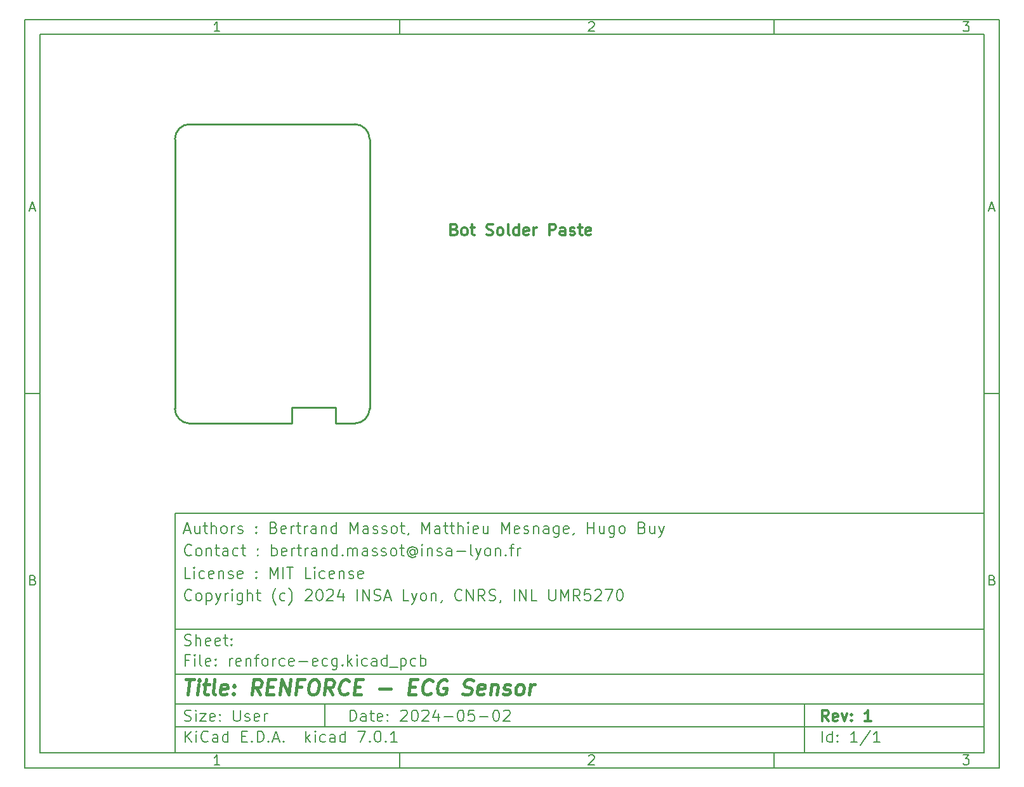
<source format=gbr>
%TF.GenerationSoftware,KiCad,Pcbnew,7.0.1*%
%TF.CreationDate,2024-08-21T14:43:30+02:00*%
%TF.ProjectId,renforce-ecg,72656e66-6f72-4636-952d-6563672e6b69,1*%
%TF.SameCoordinates,Original*%
%TF.FileFunction,Paste,Bot*%
%TF.FilePolarity,Positive*%
%FSLAX46Y46*%
G04 Gerber Fmt 4.6, Leading zero omitted, Abs format (unit mm)*
G04 Created by KiCad (PCBNEW 7.0.1) date 2024-08-21 14:43:30*
%MOMM*%
%LPD*%
G01*
G04 APERTURE LIST*
%ADD10C,0.100000*%
%ADD11C,0.150000*%
%ADD12C,0.300000*%
%ADD13C,0.400000*%
%TA.AperFunction,Profile*%
%ADD14C,0.254000*%
%TD*%
G04 APERTURE END LIST*
D10*
D11*
X30012400Y-75989600D02*
X138012400Y-75989600D01*
X138012400Y-107989600D01*
X30012400Y-107989600D01*
X30012400Y-75989600D01*
D10*
D11*
X10000000Y-10000000D02*
X140012400Y-10000000D01*
X140012400Y-109989600D01*
X10000000Y-109989600D01*
X10000000Y-10000000D01*
D10*
D11*
X12000000Y-12000000D02*
X138012400Y-12000000D01*
X138012400Y-107989600D01*
X12000000Y-107989600D01*
X12000000Y-12000000D01*
D10*
D11*
X60000000Y-12000000D02*
X60000000Y-10000000D01*
D10*
D11*
X110000000Y-12000000D02*
X110000000Y-10000000D01*
D10*
D11*
X35990476Y-11601404D02*
X35247619Y-11601404D01*
X35619047Y-11601404D02*
X35619047Y-10301404D01*
X35619047Y-10301404D02*
X35495238Y-10487119D01*
X35495238Y-10487119D02*
X35371428Y-10610928D01*
X35371428Y-10610928D02*
X35247619Y-10672833D01*
D10*
D11*
X85247619Y-10425214D02*
X85309523Y-10363309D01*
X85309523Y-10363309D02*
X85433333Y-10301404D01*
X85433333Y-10301404D02*
X85742857Y-10301404D01*
X85742857Y-10301404D02*
X85866666Y-10363309D01*
X85866666Y-10363309D02*
X85928571Y-10425214D01*
X85928571Y-10425214D02*
X85990476Y-10549023D01*
X85990476Y-10549023D02*
X85990476Y-10672833D01*
X85990476Y-10672833D02*
X85928571Y-10858547D01*
X85928571Y-10858547D02*
X85185714Y-11601404D01*
X85185714Y-11601404D02*
X85990476Y-11601404D01*
D10*
D11*
X135185714Y-10301404D02*
X135990476Y-10301404D01*
X135990476Y-10301404D02*
X135557142Y-10796642D01*
X135557142Y-10796642D02*
X135742857Y-10796642D01*
X135742857Y-10796642D02*
X135866666Y-10858547D01*
X135866666Y-10858547D02*
X135928571Y-10920452D01*
X135928571Y-10920452D02*
X135990476Y-11044261D01*
X135990476Y-11044261D02*
X135990476Y-11353785D01*
X135990476Y-11353785D02*
X135928571Y-11477595D01*
X135928571Y-11477595D02*
X135866666Y-11539500D01*
X135866666Y-11539500D02*
X135742857Y-11601404D01*
X135742857Y-11601404D02*
X135371428Y-11601404D01*
X135371428Y-11601404D02*
X135247619Y-11539500D01*
X135247619Y-11539500D02*
X135185714Y-11477595D01*
D10*
D11*
X60000000Y-107989600D02*
X60000000Y-109989600D01*
D10*
D11*
X110000000Y-107989600D02*
X110000000Y-109989600D01*
D10*
D11*
X35990476Y-109591004D02*
X35247619Y-109591004D01*
X35619047Y-109591004D02*
X35619047Y-108291004D01*
X35619047Y-108291004D02*
X35495238Y-108476719D01*
X35495238Y-108476719D02*
X35371428Y-108600528D01*
X35371428Y-108600528D02*
X35247619Y-108662433D01*
D10*
D11*
X85247619Y-108414814D02*
X85309523Y-108352909D01*
X85309523Y-108352909D02*
X85433333Y-108291004D01*
X85433333Y-108291004D02*
X85742857Y-108291004D01*
X85742857Y-108291004D02*
X85866666Y-108352909D01*
X85866666Y-108352909D02*
X85928571Y-108414814D01*
X85928571Y-108414814D02*
X85990476Y-108538623D01*
X85990476Y-108538623D02*
X85990476Y-108662433D01*
X85990476Y-108662433D02*
X85928571Y-108848147D01*
X85928571Y-108848147D02*
X85185714Y-109591004D01*
X85185714Y-109591004D02*
X85990476Y-109591004D01*
D10*
D11*
X135185714Y-108291004D02*
X135990476Y-108291004D01*
X135990476Y-108291004D02*
X135557142Y-108786242D01*
X135557142Y-108786242D02*
X135742857Y-108786242D01*
X135742857Y-108786242D02*
X135866666Y-108848147D01*
X135866666Y-108848147D02*
X135928571Y-108910052D01*
X135928571Y-108910052D02*
X135990476Y-109033861D01*
X135990476Y-109033861D02*
X135990476Y-109343385D01*
X135990476Y-109343385D02*
X135928571Y-109467195D01*
X135928571Y-109467195D02*
X135866666Y-109529100D01*
X135866666Y-109529100D02*
X135742857Y-109591004D01*
X135742857Y-109591004D02*
X135371428Y-109591004D01*
X135371428Y-109591004D02*
X135247619Y-109529100D01*
X135247619Y-109529100D02*
X135185714Y-109467195D01*
D10*
D11*
X10000000Y-60000000D02*
X12000000Y-60000000D01*
D10*
D11*
X10690476Y-35229976D02*
X11309523Y-35229976D01*
X10566666Y-35601404D02*
X10999999Y-34301404D01*
X10999999Y-34301404D02*
X11433333Y-35601404D01*
D10*
D11*
X11092857Y-84920452D02*
X11278571Y-84982357D01*
X11278571Y-84982357D02*
X11340476Y-85044261D01*
X11340476Y-85044261D02*
X11402380Y-85168071D01*
X11402380Y-85168071D02*
X11402380Y-85353785D01*
X11402380Y-85353785D02*
X11340476Y-85477595D01*
X11340476Y-85477595D02*
X11278571Y-85539500D01*
X11278571Y-85539500D02*
X11154761Y-85601404D01*
X11154761Y-85601404D02*
X10659523Y-85601404D01*
X10659523Y-85601404D02*
X10659523Y-84301404D01*
X10659523Y-84301404D02*
X11092857Y-84301404D01*
X11092857Y-84301404D02*
X11216666Y-84363309D01*
X11216666Y-84363309D02*
X11278571Y-84425214D01*
X11278571Y-84425214D02*
X11340476Y-84549023D01*
X11340476Y-84549023D02*
X11340476Y-84672833D01*
X11340476Y-84672833D02*
X11278571Y-84796642D01*
X11278571Y-84796642D02*
X11216666Y-84858547D01*
X11216666Y-84858547D02*
X11092857Y-84920452D01*
X11092857Y-84920452D02*
X10659523Y-84920452D01*
D10*
D11*
X140012400Y-60000000D02*
X138012400Y-60000000D01*
D10*
D11*
X138702876Y-35229976D02*
X139321923Y-35229976D01*
X138579066Y-35601404D02*
X139012399Y-34301404D01*
X139012399Y-34301404D02*
X139445733Y-35601404D01*
D10*
D11*
X139105257Y-84920452D02*
X139290971Y-84982357D01*
X139290971Y-84982357D02*
X139352876Y-85044261D01*
X139352876Y-85044261D02*
X139414780Y-85168071D01*
X139414780Y-85168071D02*
X139414780Y-85353785D01*
X139414780Y-85353785D02*
X139352876Y-85477595D01*
X139352876Y-85477595D02*
X139290971Y-85539500D01*
X139290971Y-85539500D02*
X139167161Y-85601404D01*
X139167161Y-85601404D02*
X138671923Y-85601404D01*
X138671923Y-85601404D02*
X138671923Y-84301404D01*
X138671923Y-84301404D02*
X139105257Y-84301404D01*
X139105257Y-84301404D02*
X139229066Y-84363309D01*
X139229066Y-84363309D02*
X139290971Y-84425214D01*
X139290971Y-84425214D02*
X139352876Y-84549023D01*
X139352876Y-84549023D02*
X139352876Y-84672833D01*
X139352876Y-84672833D02*
X139290971Y-84796642D01*
X139290971Y-84796642D02*
X139229066Y-84858547D01*
X139229066Y-84858547D02*
X139105257Y-84920452D01*
X139105257Y-84920452D02*
X138671923Y-84920452D01*
D10*
D11*
X53369542Y-103783528D02*
X53369542Y-102283528D01*
X53369542Y-102283528D02*
X53726685Y-102283528D01*
X53726685Y-102283528D02*
X53940971Y-102354957D01*
X53940971Y-102354957D02*
X54083828Y-102497814D01*
X54083828Y-102497814D02*
X54155257Y-102640671D01*
X54155257Y-102640671D02*
X54226685Y-102926385D01*
X54226685Y-102926385D02*
X54226685Y-103140671D01*
X54226685Y-103140671D02*
X54155257Y-103426385D01*
X54155257Y-103426385D02*
X54083828Y-103569242D01*
X54083828Y-103569242D02*
X53940971Y-103712100D01*
X53940971Y-103712100D02*
X53726685Y-103783528D01*
X53726685Y-103783528D02*
X53369542Y-103783528D01*
X55512400Y-103783528D02*
X55512400Y-102997814D01*
X55512400Y-102997814D02*
X55440971Y-102854957D01*
X55440971Y-102854957D02*
X55298114Y-102783528D01*
X55298114Y-102783528D02*
X55012400Y-102783528D01*
X55012400Y-102783528D02*
X54869542Y-102854957D01*
X55512400Y-103712100D02*
X55369542Y-103783528D01*
X55369542Y-103783528D02*
X55012400Y-103783528D01*
X55012400Y-103783528D02*
X54869542Y-103712100D01*
X54869542Y-103712100D02*
X54798114Y-103569242D01*
X54798114Y-103569242D02*
X54798114Y-103426385D01*
X54798114Y-103426385D02*
X54869542Y-103283528D01*
X54869542Y-103283528D02*
X55012400Y-103212100D01*
X55012400Y-103212100D02*
X55369542Y-103212100D01*
X55369542Y-103212100D02*
X55512400Y-103140671D01*
X56012400Y-102783528D02*
X56583828Y-102783528D01*
X56226685Y-102283528D02*
X56226685Y-103569242D01*
X56226685Y-103569242D02*
X56298114Y-103712100D01*
X56298114Y-103712100D02*
X56440971Y-103783528D01*
X56440971Y-103783528D02*
X56583828Y-103783528D01*
X57655257Y-103712100D02*
X57512400Y-103783528D01*
X57512400Y-103783528D02*
X57226686Y-103783528D01*
X57226686Y-103783528D02*
X57083828Y-103712100D01*
X57083828Y-103712100D02*
X57012400Y-103569242D01*
X57012400Y-103569242D02*
X57012400Y-102997814D01*
X57012400Y-102997814D02*
X57083828Y-102854957D01*
X57083828Y-102854957D02*
X57226686Y-102783528D01*
X57226686Y-102783528D02*
X57512400Y-102783528D01*
X57512400Y-102783528D02*
X57655257Y-102854957D01*
X57655257Y-102854957D02*
X57726686Y-102997814D01*
X57726686Y-102997814D02*
X57726686Y-103140671D01*
X57726686Y-103140671D02*
X57012400Y-103283528D01*
X58369542Y-103640671D02*
X58440971Y-103712100D01*
X58440971Y-103712100D02*
X58369542Y-103783528D01*
X58369542Y-103783528D02*
X58298114Y-103712100D01*
X58298114Y-103712100D02*
X58369542Y-103640671D01*
X58369542Y-103640671D02*
X58369542Y-103783528D01*
X58369542Y-102854957D02*
X58440971Y-102926385D01*
X58440971Y-102926385D02*
X58369542Y-102997814D01*
X58369542Y-102997814D02*
X58298114Y-102926385D01*
X58298114Y-102926385D02*
X58369542Y-102854957D01*
X58369542Y-102854957D02*
X58369542Y-102997814D01*
X60155257Y-102426385D02*
X60226685Y-102354957D01*
X60226685Y-102354957D02*
X60369543Y-102283528D01*
X60369543Y-102283528D02*
X60726685Y-102283528D01*
X60726685Y-102283528D02*
X60869543Y-102354957D01*
X60869543Y-102354957D02*
X60940971Y-102426385D01*
X60940971Y-102426385D02*
X61012400Y-102569242D01*
X61012400Y-102569242D02*
X61012400Y-102712100D01*
X61012400Y-102712100D02*
X60940971Y-102926385D01*
X60940971Y-102926385D02*
X60083828Y-103783528D01*
X60083828Y-103783528D02*
X61012400Y-103783528D01*
X61940971Y-102283528D02*
X62083828Y-102283528D01*
X62083828Y-102283528D02*
X62226685Y-102354957D01*
X62226685Y-102354957D02*
X62298114Y-102426385D01*
X62298114Y-102426385D02*
X62369542Y-102569242D01*
X62369542Y-102569242D02*
X62440971Y-102854957D01*
X62440971Y-102854957D02*
X62440971Y-103212100D01*
X62440971Y-103212100D02*
X62369542Y-103497814D01*
X62369542Y-103497814D02*
X62298114Y-103640671D01*
X62298114Y-103640671D02*
X62226685Y-103712100D01*
X62226685Y-103712100D02*
X62083828Y-103783528D01*
X62083828Y-103783528D02*
X61940971Y-103783528D01*
X61940971Y-103783528D02*
X61798114Y-103712100D01*
X61798114Y-103712100D02*
X61726685Y-103640671D01*
X61726685Y-103640671D02*
X61655256Y-103497814D01*
X61655256Y-103497814D02*
X61583828Y-103212100D01*
X61583828Y-103212100D02*
X61583828Y-102854957D01*
X61583828Y-102854957D02*
X61655256Y-102569242D01*
X61655256Y-102569242D02*
X61726685Y-102426385D01*
X61726685Y-102426385D02*
X61798114Y-102354957D01*
X61798114Y-102354957D02*
X61940971Y-102283528D01*
X63012399Y-102426385D02*
X63083827Y-102354957D01*
X63083827Y-102354957D02*
X63226685Y-102283528D01*
X63226685Y-102283528D02*
X63583827Y-102283528D01*
X63583827Y-102283528D02*
X63726685Y-102354957D01*
X63726685Y-102354957D02*
X63798113Y-102426385D01*
X63798113Y-102426385D02*
X63869542Y-102569242D01*
X63869542Y-102569242D02*
X63869542Y-102712100D01*
X63869542Y-102712100D02*
X63798113Y-102926385D01*
X63798113Y-102926385D02*
X62940970Y-103783528D01*
X62940970Y-103783528D02*
X63869542Y-103783528D01*
X65155256Y-102783528D02*
X65155256Y-103783528D01*
X64798113Y-102212100D02*
X64440970Y-103283528D01*
X64440970Y-103283528D02*
X65369541Y-103283528D01*
X65940969Y-103212100D02*
X67083827Y-103212100D01*
X68083827Y-102283528D02*
X68226684Y-102283528D01*
X68226684Y-102283528D02*
X68369541Y-102354957D01*
X68369541Y-102354957D02*
X68440970Y-102426385D01*
X68440970Y-102426385D02*
X68512398Y-102569242D01*
X68512398Y-102569242D02*
X68583827Y-102854957D01*
X68583827Y-102854957D02*
X68583827Y-103212100D01*
X68583827Y-103212100D02*
X68512398Y-103497814D01*
X68512398Y-103497814D02*
X68440970Y-103640671D01*
X68440970Y-103640671D02*
X68369541Y-103712100D01*
X68369541Y-103712100D02*
X68226684Y-103783528D01*
X68226684Y-103783528D02*
X68083827Y-103783528D01*
X68083827Y-103783528D02*
X67940970Y-103712100D01*
X67940970Y-103712100D02*
X67869541Y-103640671D01*
X67869541Y-103640671D02*
X67798112Y-103497814D01*
X67798112Y-103497814D02*
X67726684Y-103212100D01*
X67726684Y-103212100D02*
X67726684Y-102854957D01*
X67726684Y-102854957D02*
X67798112Y-102569242D01*
X67798112Y-102569242D02*
X67869541Y-102426385D01*
X67869541Y-102426385D02*
X67940970Y-102354957D01*
X67940970Y-102354957D02*
X68083827Y-102283528D01*
X69940969Y-102283528D02*
X69226683Y-102283528D01*
X69226683Y-102283528D02*
X69155255Y-102997814D01*
X69155255Y-102997814D02*
X69226683Y-102926385D01*
X69226683Y-102926385D02*
X69369541Y-102854957D01*
X69369541Y-102854957D02*
X69726683Y-102854957D01*
X69726683Y-102854957D02*
X69869541Y-102926385D01*
X69869541Y-102926385D02*
X69940969Y-102997814D01*
X69940969Y-102997814D02*
X70012398Y-103140671D01*
X70012398Y-103140671D02*
X70012398Y-103497814D01*
X70012398Y-103497814D02*
X69940969Y-103640671D01*
X69940969Y-103640671D02*
X69869541Y-103712100D01*
X69869541Y-103712100D02*
X69726683Y-103783528D01*
X69726683Y-103783528D02*
X69369541Y-103783528D01*
X69369541Y-103783528D02*
X69226683Y-103712100D01*
X69226683Y-103712100D02*
X69155255Y-103640671D01*
X70655254Y-103212100D02*
X71798112Y-103212100D01*
X72798112Y-102283528D02*
X72940969Y-102283528D01*
X72940969Y-102283528D02*
X73083826Y-102354957D01*
X73083826Y-102354957D02*
X73155255Y-102426385D01*
X73155255Y-102426385D02*
X73226683Y-102569242D01*
X73226683Y-102569242D02*
X73298112Y-102854957D01*
X73298112Y-102854957D02*
X73298112Y-103212100D01*
X73298112Y-103212100D02*
X73226683Y-103497814D01*
X73226683Y-103497814D02*
X73155255Y-103640671D01*
X73155255Y-103640671D02*
X73083826Y-103712100D01*
X73083826Y-103712100D02*
X72940969Y-103783528D01*
X72940969Y-103783528D02*
X72798112Y-103783528D01*
X72798112Y-103783528D02*
X72655255Y-103712100D01*
X72655255Y-103712100D02*
X72583826Y-103640671D01*
X72583826Y-103640671D02*
X72512397Y-103497814D01*
X72512397Y-103497814D02*
X72440969Y-103212100D01*
X72440969Y-103212100D02*
X72440969Y-102854957D01*
X72440969Y-102854957D02*
X72512397Y-102569242D01*
X72512397Y-102569242D02*
X72583826Y-102426385D01*
X72583826Y-102426385D02*
X72655255Y-102354957D01*
X72655255Y-102354957D02*
X72798112Y-102283528D01*
X73869540Y-102426385D02*
X73940968Y-102354957D01*
X73940968Y-102354957D02*
X74083826Y-102283528D01*
X74083826Y-102283528D02*
X74440968Y-102283528D01*
X74440968Y-102283528D02*
X74583826Y-102354957D01*
X74583826Y-102354957D02*
X74655254Y-102426385D01*
X74655254Y-102426385D02*
X74726683Y-102569242D01*
X74726683Y-102569242D02*
X74726683Y-102712100D01*
X74726683Y-102712100D02*
X74655254Y-102926385D01*
X74655254Y-102926385D02*
X73798111Y-103783528D01*
X73798111Y-103783528D02*
X74726683Y-103783528D01*
D10*
D11*
X30012400Y-104489600D02*
X138012400Y-104489600D01*
D10*
D11*
X31369542Y-106583528D02*
X31369542Y-105083528D01*
X32226685Y-106583528D02*
X31583828Y-105726385D01*
X32226685Y-105083528D02*
X31369542Y-105940671D01*
X32869542Y-106583528D02*
X32869542Y-105583528D01*
X32869542Y-105083528D02*
X32798114Y-105154957D01*
X32798114Y-105154957D02*
X32869542Y-105226385D01*
X32869542Y-105226385D02*
X32940971Y-105154957D01*
X32940971Y-105154957D02*
X32869542Y-105083528D01*
X32869542Y-105083528D02*
X32869542Y-105226385D01*
X34440971Y-106440671D02*
X34369543Y-106512100D01*
X34369543Y-106512100D02*
X34155257Y-106583528D01*
X34155257Y-106583528D02*
X34012400Y-106583528D01*
X34012400Y-106583528D02*
X33798114Y-106512100D01*
X33798114Y-106512100D02*
X33655257Y-106369242D01*
X33655257Y-106369242D02*
X33583828Y-106226385D01*
X33583828Y-106226385D02*
X33512400Y-105940671D01*
X33512400Y-105940671D02*
X33512400Y-105726385D01*
X33512400Y-105726385D02*
X33583828Y-105440671D01*
X33583828Y-105440671D02*
X33655257Y-105297814D01*
X33655257Y-105297814D02*
X33798114Y-105154957D01*
X33798114Y-105154957D02*
X34012400Y-105083528D01*
X34012400Y-105083528D02*
X34155257Y-105083528D01*
X34155257Y-105083528D02*
X34369543Y-105154957D01*
X34369543Y-105154957D02*
X34440971Y-105226385D01*
X35726686Y-106583528D02*
X35726686Y-105797814D01*
X35726686Y-105797814D02*
X35655257Y-105654957D01*
X35655257Y-105654957D02*
X35512400Y-105583528D01*
X35512400Y-105583528D02*
X35226686Y-105583528D01*
X35226686Y-105583528D02*
X35083828Y-105654957D01*
X35726686Y-106512100D02*
X35583828Y-106583528D01*
X35583828Y-106583528D02*
X35226686Y-106583528D01*
X35226686Y-106583528D02*
X35083828Y-106512100D01*
X35083828Y-106512100D02*
X35012400Y-106369242D01*
X35012400Y-106369242D02*
X35012400Y-106226385D01*
X35012400Y-106226385D02*
X35083828Y-106083528D01*
X35083828Y-106083528D02*
X35226686Y-106012100D01*
X35226686Y-106012100D02*
X35583828Y-106012100D01*
X35583828Y-106012100D02*
X35726686Y-105940671D01*
X37083829Y-106583528D02*
X37083829Y-105083528D01*
X37083829Y-106512100D02*
X36940971Y-106583528D01*
X36940971Y-106583528D02*
X36655257Y-106583528D01*
X36655257Y-106583528D02*
X36512400Y-106512100D01*
X36512400Y-106512100D02*
X36440971Y-106440671D01*
X36440971Y-106440671D02*
X36369543Y-106297814D01*
X36369543Y-106297814D02*
X36369543Y-105869242D01*
X36369543Y-105869242D02*
X36440971Y-105726385D01*
X36440971Y-105726385D02*
X36512400Y-105654957D01*
X36512400Y-105654957D02*
X36655257Y-105583528D01*
X36655257Y-105583528D02*
X36940971Y-105583528D01*
X36940971Y-105583528D02*
X37083829Y-105654957D01*
X38940971Y-105797814D02*
X39440971Y-105797814D01*
X39655257Y-106583528D02*
X38940971Y-106583528D01*
X38940971Y-106583528D02*
X38940971Y-105083528D01*
X38940971Y-105083528D02*
X39655257Y-105083528D01*
X40298114Y-106440671D02*
X40369543Y-106512100D01*
X40369543Y-106512100D02*
X40298114Y-106583528D01*
X40298114Y-106583528D02*
X40226686Y-106512100D01*
X40226686Y-106512100D02*
X40298114Y-106440671D01*
X40298114Y-106440671D02*
X40298114Y-106583528D01*
X41012400Y-106583528D02*
X41012400Y-105083528D01*
X41012400Y-105083528D02*
X41369543Y-105083528D01*
X41369543Y-105083528D02*
X41583829Y-105154957D01*
X41583829Y-105154957D02*
X41726686Y-105297814D01*
X41726686Y-105297814D02*
X41798115Y-105440671D01*
X41798115Y-105440671D02*
X41869543Y-105726385D01*
X41869543Y-105726385D02*
X41869543Y-105940671D01*
X41869543Y-105940671D02*
X41798115Y-106226385D01*
X41798115Y-106226385D02*
X41726686Y-106369242D01*
X41726686Y-106369242D02*
X41583829Y-106512100D01*
X41583829Y-106512100D02*
X41369543Y-106583528D01*
X41369543Y-106583528D02*
X41012400Y-106583528D01*
X42512400Y-106440671D02*
X42583829Y-106512100D01*
X42583829Y-106512100D02*
X42512400Y-106583528D01*
X42512400Y-106583528D02*
X42440972Y-106512100D01*
X42440972Y-106512100D02*
X42512400Y-106440671D01*
X42512400Y-106440671D02*
X42512400Y-106583528D01*
X43155258Y-106154957D02*
X43869544Y-106154957D01*
X43012401Y-106583528D02*
X43512401Y-105083528D01*
X43512401Y-105083528D02*
X44012401Y-106583528D01*
X44512400Y-106440671D02*
X44583829Y-106512100D01*
X44583829Y-106512100D02*
X44512400Y-106583528D01*
X44512400Y-106583528D02*
X44440972Y-106512100D01*
X44440972Y-106512100D02*
X44512400Y-106440671D01*
X44512400Y-106440671D02*
X44512400Y-106583528D01*
X47512400Y-106583528D02*
X47512400Y-105083528D01*
X47655258Y-106012100D02*
X48083829Y-106583528D01*
X48083829Y-105583528D02*
X47512400Y-106154957D01*
X48726686Y-106583528D02*
X48726686Y-105583528D01*
X48726686Y-105083528D02*
X48655258Y-105154957D01*
X48655258Y-105154957D02*
X48726686Y-105226385D01*
X48726686Y-105226385D02*
X48798115Y-105154957D01*
X48798115Y-105154957D02*
X48726686Y-105083528D01*
X48726686Y-105083528D02*
X48726686Y-105226385D01*
X50083830Y-106512100D02*
X49940972Y-106583528D01*
X49940972Y-106583528D02*
X49655258Y-106583528D01*
X49655258Y-106583528D02*
X49512401Y-106512100D01*
X49512401Y-106512100D02*
X49440972Y-106440671D01*
X49440972Y-106440671D02*
X49369544Y-106297814D01*
X49369544Y-106297814D02*
X49369544Y-105869242D01*
X49369544Y-105869242D02*
X49440972Y-105726385D01*
X49440972Y-105726385D02*
X49512401Y-105654957D01*
X49512401Y-105654957D02*
X49655258Y-105583528D01*
X49655258Y-105583528D02*
X49940972Y-105583528D01*
X49940972Y-105583528D02*
X50083830Y-105654957D01*
X51369544Y-106583528D02*
X51369544Y-105797814D01*
X51369544Y-105797814D02*
X51298115Y-105654957D01*
X51298115Y-105654957D02*
X51155258Y-105583528D01*
X51155258Y-105583528D02*
X50869544Y-105583528D01*
X50869544Y-105583528D02*
X50726686Y-105654957D01*
X51369544Y-106512100D02*
X51226686Y-106583528D01*
X51226686Y-106583528D02*
X50869544Y-106583528D01*
X50869544Y-106583528D02*
X50726686Y-106512100D01*
X50726686Y-106512100D02*
X50655258Y-106369242D01*
X50655258Y-106369242D02*
X50655258Y-106226385D01*
X50655258Y-106226385D02*
X50726686Y-106083528D01*
X50726686Y-106083528D02*
X50869544Y-106012100D01*
X50869544Y-106012100D02*
X51226686Y-106012100D01*
X51226686Y-106012100D02*
X51369544Y-105940671D01*
X52726687Y-106583528D02*
X52726687Y-105083528D01*
X52726687Y-106512100D02*
X52583829Y-106583528D01*
X52583829Y-106583528D02*
X52298115Y-106583528D01*
X52298115Y-106583528D02*
X52155258Y-106512100D01*
X52155258Y-106512100D02*
X52083829Y-106440671D01*
X52083829Y-106440671D02*
X52012401Y-106297814D01*
X52012401Y-106297814D02*
X52012401Y-105869242D01*
X52012401Y-105869242D02*
X52083829Y-105726385D01*
X52083829Y-105726385D02*
X52155258Y-105654957D01*
X52155258Y-105654957D02*
X52298115Y-105583528D01*
X52298115Y-105583528D02*
X52583829Y-105583528D01*
X52583829Y-105583528D02*
X52726687Y-105654957D01*
X54440972Y-105083528D02*
X55440972Y-105083528D01*
X55440972Y-105083528D02*
X54798115Y-106583528D01*
X56012400Y-106440671D02*
X56083829Y-106512100D01*
X56083829Y-106512100D02*
X56012400Y-106583528D01*
X56012400Y-106583528D02*
X55940972Y-106512100D01*
X55940972Y-106512100D02*
X56012400Y-106440671D01*
X56012400Y-106440671D02*
X56012400Y-106583528D01*
X57012401Y-105083528D02*
X57155258Y-105083528D01*
X57155258Y-105083528D02*
X57298115Y-105154957D01*
X57298115Y-105154957D02*
X57369544Y-105226385D01*
X57369544Y-105226385D02*
X57440972Y-105369242D01*
X57440972Y-105369242D02*
X57512401Y-105654957D01*
X57512401Y-105654957D02*
X57512401Y-106012100D01*
X57512401Y-106012100D02*
X57440972Y-106297814D01*
X57440972Y-106297814D02*
X57369544Y-106440671D01*
X57369544Y-106440671D02*
X57298115Y-106512100D01*
X57298115Y-106512100D02*
X57155258Y-106583528D01*
X57155258Y-106583528D02*
X57012401Y-106583528D01*
X57012401Y-106583528D02*
X56869544Y-106512100D01*
X56869544Y-106512100D02*
X56798115Y-106440671D01*
X56798115Y-106440671D02*
X56726686Y-106297814D01*
X56726686Y-106297814D02*
X56655258Y-106012100D01*
X56655258Y-106012100D02*
X56655258Y-105654957D01*
X56655258Y-105654957D02*
X56726686Y-105369242D01*
X56726686Y-105369242D02*
X56798115Y-105226385D01*
X56798115Y-105226385D02*
X56869544Y-105154957D01*
X56869544Y-105154957D02*
X57012401Y-105083528D01*
X58155257Y-106440671D02*
X58226686Y-106512100D01*
X58226686Y-106512100D02*
X58155257Y-106583528D01*
X58155257Y-106583528D02*
X58083829Y-106512100D01*
X58083829Y-106512100D02*
X58155257Y-106440671D01*
X58155257Y-106440671D02*
X58155257Y-106583528D01*
X59655258Y-106583528D02*
X58798115Y-106583528D01*
X59226686Y-106583528D02*
X59226686Y-105083528D01*
X59226686Y-105083528D02*
X59083829Y-105297814D01*
X59083829Y-105297814D02*
X58940972Y-105440671D01*
X58940972Y-105440671D02*
X58798115Y-105512100D01*
D10*
D11*
X30012400Y-101489600D02*
X138012400Y-101489600D01*
D10*
D12*
X117226685Y-103783528D02*
X116726685Y-103069242D01*
X116369542Y-103783528D02*
X116369542Y-102283528D01*
X116369542Y-102283528D02*
X116940971Y-102283528D01*
X116940971Y-102283528D02*
X117083828Y-102354957D01*
X117083828Y-102354957D02*
X117155257Y-102426385D01*
X117155257Y-102426385D02*
X117226685Y-102569242D01*
X117226685Y-102569242D02*
X117226685Y-102783528D01*
X117226685Y-102783528D02*
X117155257Y-102926385D01*
X117155257Y-102926385D02*
X117083828Y-102997814D01*
X117083828Y-102997814D02*
X116940971Y-103069242D01*
X116940971Y-103069242D02*
X116369542Y-103069242D01*
X118440971Y-103712100D02*
X118298114Y-103783528D01*
X118298114Y-103783528D02*
X118012400Y-103783528D01*
X118012400Y-103783528D02*
X117869542Y-103712100D01*
X117869542Y-103712100D02*
X117798114Y-103569242D01*
X117798114Y-103569242D02*
X117798114Y-102997814D01*
X117798114Y-102997814D02*
X117869542Y-102854957D01*
X117869542Y-102854957D02*
X118012400Y-102783528D01*
X118012400Y-102783528D02*
X118298114Y-102783528D01*
X118298114Y-102783528D02*
X118440971Y-102854957D01*
X118440971Y-102854957D02*
X118512400Y-102997814D01*
X118512400Y-102997814D02*
X118512400Y-103140671D01*
X118512400Y-103140671D02*
X117798114Y-103283528D01*
X119012399Y-102783528D02*
X119369542Y-103783528D01*
X119369542Y-103783528D02*
X119726685Y-102783528D01*
X120298113Y-103640671D02*
X120369542Y-103712100D01*
X120369542Y-103712100D02*
X120298113Y-103783528D01*
X120298113Y-103783528D02*
X120226685Y-103712100D01*
X120226685Y-103712100D02*
X120298113Y-103640671D01*
X120298113Y-103640671D02*
X120298113Y-103783528D01*
X120298113Y-102854957D02*
X120369542Y-102926385D01*
X120369542Y-102926385D02*
X120298113Y-102997814D01*
X120298113Y-102997814D02*
X120226685Y-102926385D01*
X120226685Y-102926385D02*
X120298113Y-102854957D01*
X120298113Y-102854957D02*
X120298113Y-102997814D01*
X122940971Y-103783528D02*
X122083828Y-103783528D01*
X122512399Y-103783528D02*
X122512399Y-102283528D01*
X122512399Y-102283528D02*
X122369542Y-102497814D01*
X122369542Y-102497814D02*
X122226685Y-102640671D01*
X122226685Y-102640671D02*
X122083828Y-102712100D01*
D10*
D11*
X31298114Y-103712100D02*
X31512400Y-103783528D01*
X31512400Y-103783528D02*
X31869542Y-103783528D01*
X31869542Y-103783528D02*
X32012400Y-103712100D01*
X32012400Y-103712100D02*
X32083828Y-103640671D01*
X32083828Y-103640671D02*
X32155257Y-103497814D01*
X32155257Y-103497814D02*
X32155257Y-103354957D01*
X32155257Y-103354957D02*
X32083828Y-103212100D01*
X32083828Y-103212100D02*
X32012400Y-103140671D01*
X32012400Y-103140671D02*
X31869542Y-103069242D01*
X31869542Y-103069242D02*
X31583828Y-102997814D01*
X31583828Y-102997814D02*
X31440971Y-102926385D01*
X31440971Y-102926385D02*
X31369542Y-102854957D01*
X31369542Y-102854957D02*
X31298114Y-102712100D01*
X31298114Y-102712100D02*
X31298114Y-102569242D01*
X31298114Y-102569242D02*
X31369542Y-102426385D01*
X31369542Y-102426385D02*
X31440971Y-102354957D01*
X31440971Y-102354957D02*
X31583828Y-102283528D01*
X31583828Y-102283528D02*
X31940971Y-102283528D01*
X31940971Y-102283528D02*
X32155257Y-102354957D01*
X32798113Y-103783528D02*
X32798113Y-102783528D01*
X32798113Y-102283528D02*
X32726685Y-102354957D01*
X32726685Y-102354957D02*
X32798113Y-102426385D01*
X32798113Y-102426385D02*
X32869542Y-102354957D01*
X32869542Y-102354957D02*
X32798113Y-102283528D01*
X32798113Y-102283528D02*
X32798113Y-102426385D01*
X33369542Y-102783528D02*
X34155257Y-102783528D01*
X34155257Y-102783528D02*
X33369542Y-103783528D01*
X33369542Y-103783528D02*
X34155257Y-103783528D01*
X35298114Y-103712100D02*
X35155257Y-103783528D01*
X35155257Y-103783528D02*
X34869543Y-103783528D01*
X34869543Y-103783528D02*
X34726685Y-103712100D01*
X34726685Y-103712100D02*
X34655257Y-103569242D01*
X34655257Y-103569242D02*
X34655257Y-102997814D01*
X34655257Y-102997814D02*
X34726685Y-102854957D01*
X34726685Y-102854957D02*
X34869543Y-102783528D01*
X34869543Y-102783528D02*
X35155257Y-102783528D01*
X35155257Y-102783528D02*
X35298114Y-102854957D01*
X35298114Y-102854957D02*
X35369543Y-102997814D01*
X35369543Y-102997814D02*
X35369543Y-103140671D01*
X35369543Y-103140671D02*
X34655257Y-103283528D01*
X36012399Y-103640671D02*
X36083828Y-103712100D01*
X36083828Y-103712100D02*
X36012399Y-103783528D01*
X36012399Y-103783528D02*
X35940971Y-103712100D01*
X35940971Y-103712100D02*
X36012399Y-103640671D01*
X36012399Y-103640671D02*
X36012399Y-103783528D01*
X36012399Y-102854957D02*
X36083828Y-102926385D01*
X36083828Y-102926385D02*
X36012399Y-102997814D01*
X36012399Y-102997814D02*
X35940971Y-102926385D01*
X35940971Y-102926385D02*
X36012399Y-102854957D01*
X36012399Y-102854957D02*
X36012399Y-102997814D01*
X37869542Y-102283528D02*
X37869542Y-103497814D01*
X37869542Y-103497814D02*
X37940971Y-103640671D01*
X37940971Y-103640671D02*
X38012400Y-103712100D01*
X38012400Y-103712100D02*
X38155257Y-103783528D01*
X38155257Y-103783528D02*
X38440971Y-103783528D01*
X38440971Y-103783528D02*
X38583828Y-103712100D01*
X38583828Y-103712100D02*
X38655257Y-103640671D01*
X38655257Y-103640671D02*
X38726685Y-103497814D01*
X38726685Y-103497814D02*
X38726685Y-102283528D01*
X39369543Y-103712100D02*
X39512400Y-103783528D01*
X39512400Y-103783528D02*
X39798114Y-103783528D01*
X39798114Y-103783528D02*
X39940971Y-103712100D01*
X39940971Y-103712100D02*
X40012400Y-103569242D01*
X40012400Y-103569242D02*
X40012400Y-103497814D01*
X40012400Y-103497814D02*
X39940971Y-103354957D01*
X39940971Y-103354957D02*
X39798114Y-103283528D01*
X39798114Y-103283528D02*
X39583829Y-103283528D01*
X39583829Y-103283528D02*
X39440971Y-103212100D01*
X39440971Y-103212100D02*
X39369543Y-103069242D01*
X39369543Y-103069242D02*
X39369543Y-102997814D01*
X39369543Y-102997814D02*
X39440971Y-102854957D01*
X39440971Y-102854957D02*
X39583829Y-102783528D01*
X39583829Y-102783528D02*
X39798114Y-102783528D01*
X39798114Y-102783528D02*
X39940971Y-102854957D01*
X41226686Y-103712100D02*
X41083829Y-103783528D01*
X41083829Y-103783528D02*
X40798115Y-103783528D01*
X40798115Y-103783528D02*
X40655257Y-103712100D01*
X40655257Y-103712100D02*
X40583829Y-103569242D01*
X40583829Y-103569242D02*
X40583829Y-102997814D01*
X40583829Y-102997814D02*
X40655257Y-102854957D01*
X40655257Y-102854957D02*
X40798115Y-102783528D01*
X40798115Y-102783528D02*
X41083829Y-102783528D01*
X41083829Y-102783528D02*
X41226686Y-102854957D01*
X41226686Y-102854957D02*
X41298115Y-102997814D01*
X41298115Y-102997814D02*
X41298115Y-103140671D01*
X41298115Y-103140671D02*
X40583829Y-103283528D01*
X41940971Y-103783528D02*
X41940971Y-102783528D01*
X41940971Y-103069242D02*
X42012400Y-102926385D01*
X42012400Y-102926385D02*
X42083829Y-102854957D01*
X42083829Y-102854957D02*
X42226686Y-102783528D01*
X42226686Y-102783528D02*
X42369543Y-102783528D01*
D10*
D11*
X116369542Y-106583528D02*
X116369542Y-105083528D01*
X117726686Y-106583528D02*
X117726686Y-105083528D01*
X117726686Y-106512100D02*
X117583828Y-106583528D01*
X117583828Y-106583528D02*
X117298114Y-106583528D01*
X117298114Y-106583528D02*
X117155257Y-106512100D01*
X117155257Y-106512100D02*
X117083828Y-106440671D01*
X117083828Y-106440671D02*
X117012400Y-106297814D01*
X117012400Y-106297814D02*
X117012400Y-105869242D01*
X117012400Y-105869242D02*
X117083828Y-105726385D01*
X117083828Y-105726385D02*
X117155257Y-105654957D01*
X117155257Y-105654957D02*
X117298114Y-105583528D01*
X117298114Y-105583528D02*
X117583828Y-105583528D01*
X117583828Y-105583528D02*
X117726686Y-105654957D01*
X118440971Y-106440671D02*
X118512400Y-106512100D01*
X118512400Y-106512100D02*
X118440971Y-106583528D01*
X118440971Y-106583528D02*
X118369543Y-106512100D01*
X118369543Y-106512100D02*
X118440971Y-106440671D01*
X118440971Y-106440671D02*
X118440971Y-106583528D01*
X118440971Y-105654957D02*
X118512400Y-105726385D01*
X118512400Y-105726385D02*
X118440971Y-105797814D01*
X118440971Y-105797814D02*
X118369543Y-105726385D01*
X118369543Y-105726385D02*
X118440971Y-105654957D01*
X118440971Y-105654957D02*
X118440971Y-105797814D01*
X121083829Y-106583528D02*
X120226686Y-106583528D01*
X120655257Y-106583528D02*
X120655257Y-105083528D01*
X120655257Y-105083528D02*
X120512400Y-105297814D01*
X120512400Y-105297814D02*
X120369543Y-105440671D01*
X120369543Y-105440671D02*
X120226686Y-105512100D01*
X122798114Y-105012100D02*
X121512400Y-106940671D01*
X124083829Y-106583528D02*
X123226686Y-106583528D01*
X123655257Y-106583528D02*
X123655257Y-105083528D01*
X123655257Y-105083528D02*
X123512400Y-105297814D01*
X123512400Y-105297814D02*
X123369543Y-105440671D01*
X123369543Y-105440671D02*
X123226686Y-105512100D01*
D10*
D11*
X30012400Y-97489600D02*
X138012400Y-97489600D01*
D10*
D13*
X31440971Y-98214838D02*
X32583828Y-98214838D01*
X31762400Y-100214838D02*
X32012400Y-98214838D01*
X32988590Y-100214838D02*
X33155257Y-98881504D01*
X33238590Y-98214838D02*
X33131447Y-98310076D01*
X33131447Y-98310076D02*
X33214781Y-98405314D01*
X33214781Y-98405314D02*
X33321924Y-98310076D01*
X33321924Y-98310076D02*
X33238590Y-98214838D01*
X33238590Y-98214838D02*
X33214781Y-98405314D01*
X33810019Y-98881504D02*
X34571923Y-98881504D01*
X34179066Y-98214838D02*
X33964781Y-99929123D01*
X33964781Y-99929123D02*
X34036209Y-100119600D01*
X34036209Y-100119600D02*
X34214781Y-100214838D01*
X34214781Y-100214838D02*
X34405257Y-100214838D01*
X35345733Y-100214838D02*
X35167161Y-100119600D01*
X35167161Y-100119600D02*
X35095733Y-99929123D01*
X35095733Y-99929123D02*
X35310018Y-98214838D01*
X36869542Y-100119600D02*
X36667161Y-100214838D01*
X36667161Y-100214838D02*
X36286208Y-100214838D01*
X36286208Y-100214838D02*
X36107637Y-100119600D01*
X36107637Y-100119600D02*
X36036208Y-99929123D01*
X36036208Y-99929123D02*
X36131447Y-99167219D01*
X36131447Y-99167219D02*
X36250494Y-98976742D01*
X36250494Y-98976742D02*
X36452875Y-98881504D01*
X36452875Y-98881504D02*
X36833827Y-98881504D01*
X36833827Y-98881504D02*
X37012399Y-98976742D01*
X37012399Y-98976742D02*
X37083827Y-99167219D01*
X37083827Y-99167219D02*
X37060018Y-99357695D01*
X37060018Y-99357695D02*
X36083827Y-99548171D01*
X37821923Y-100024361D02*
X37905256Y-100119600D01*
X37905256Y-100119600D02*
X37798113Y-100214838D01*
X37798113Y-100214838D02*
X37714780Y-100119600D01*
X37714780Y-100119600D02*
X37821923Y-100024361D01*
X37821923Y-100024361D02*
X37798113Y-100214838D01*
X37952875Y-98976742D02*
X38036208Y-99071980D01*
X38036208Y-99071980D02*
X37929066Y-99167219D01*
X37929066Y-99167219D02*
X37845732Y-99071980D01*
X37845732Y-99071980D02*
X37952875Y-98976742D01*
X37952875Y-98976742D02*
X37929066Y-99167219D01*
X41405256Y-100214838D02*
X40857637Y-99262457D01*
X40262399Y-100214838D02*
X40512399Y-98214838D01*
X40512399Y-98214838D02*
X41274304Y-98214838D01*
X41274304Y-98214838D02*
X41452875Y-98310076D01*
X41452875Y-98310076D02*
X41536209Y-98405314D01*
X41536209Y-98405314D02*
X41607637Y-98595790D01*
X41607637Y-98595790D02*
X41571923Y-98881504D01*
X41571923Y-98881504D02*
X41452875Y-99071980D01*
X41452875Y-99071980D02*
X41345733Y-99167219D01*
X41345733Y-99167219D02*
X41143352Y-99262457D01*
X41143352Y-99262457D02*
X40381447Y-99262457D01*
X42381447Y-99167219D02*
X43048113Y-99167219D01*
X43202875Y-100214838D02*
X42250494Y-100214838D01*
X42250494Y-100214838D02*
X42500494Y-98214838D01*
X42500494Y-98214838D02*
X43452875Y-98214838D01*
X44048113Y-100214838D02*
X44298113Y-98214838D01*
X44298113Y-98214838D02*
X45190970Y-100214838D01*
X45190970Y-100214838D02*
X45440970Y-98214838D01*
X46929065Y-99167219D02*
X46262399Y-99167219D01*
X46131446Y-100214838D02*
X46381446Y-98214838D01*
X46381446Y-98214838D02*
X47333827Y-98214838D01*
X48464780Y-98214838D02*
X48845732Y-98214838D01*
X48845732Y-98214838D02*
X49024303Y-98310076D01*
X49024303Y-98310076D02*
X49190970Y-98500552D01*
X49190970Y-98500552D02*
X49238589Y-98881504D01*
X49238589Y-98881504D02*
X49155256Y-99548171D01*
X49155256Y-99548171D02*
X49012399Y-99929123D01*
X49012399Y-99929123D02*
X48798113Y-100119600D01*
X48798113Y-100119600D02*
X48595732Y-100214838D01*
X48595732Y-100214838D02*
X48214780Y-100214838D01*
X48214780Y-100214838D02*
X48036208Y-100119600D01*
X48036208Y-100119600D02*
X47869542Y-99929123D01*
X47869542Y-99929123D02*
X47821922Y-99548171D01*
X47821922Y-99548171D02*
X47905256Y-98881504D01*
X47905256Y-98881504D02*
X48048113Y-98500552D01*
X48048113Y-98500552D02*
X48262399Y-98310076D01*
X48262399Y-98310076D02*
X48464780Y-98214838D01*
X51060017Y-100214838D02*
X50512398Y-99262457D01*
X49917160Y-100214838D02*
X50167160Y-98214838D01*
X50167160Y-98214838D02*
X50929065Y-98214838D01*
X50929065Y-98214838D02*
X51107636Y-98310076D01*
X51107636Y-98310076D02*
X51190970Y-98405314D01*
X51190970Y-98405314D02*
X51262398Y-98595790D01*
X51262398Y-98595790D02*
X51226684Y-98881504D01*
X51226684Y-98881504D02*
X51107636Y-99071980D01*
X51107636Y-99071980D02*
X51000494Y-99167219D01*
X51000494Y-99167219D02*
X50798113Y-99262457D01*
X50798113Y-99262457D02*
X50036208Y-99262457D01*
X53071922Y-100024361D02*
X52964779Y-100119600D01*
X52964779Y-100119600D02*
X52667160Y-100214838D01*
X52667160Y-100214838D02*
X52476684Y-100214838D01*
X52476684Y-100214838D02*
X52202874Y-100119600D01*
X52202874Y-100119600D02*
X52036208Y-99929123D01*
X52036208Y-99929123D02*
X51964779Y-99738647D01*
X51964779Y-99738647D02*
X51917160Y-99357695D01*
X51917160Y-99357695D02*
X51952874Y-99071980D01*
X51952874Y-99071980D02*
X52095731Y-98691028D01*
X52095731Y-98691028D02*
X52214779Y-98500552D01*
X52214779Y-98500552D02*
X52429065Y-98310076D01*
X52429065Y-98310076D02*
X52726684Y-98214838D01*
X52726684Y-98214838D02*
X52917160Y-98214838D01*
X52917160Y-98214838D02*
X53190970Y-98310076D01*
X53190970Y-98310076D02*
X53274303Y-98405314D01*
X54024303Y-99167219D02*
X54690969Y-99167219D01*
X54845731Y-100214838D02*
X53893350Y-100214838D01*
X53893350Y-100214838D02*
X54143350Y-98214838D01*
X54143350Y-98214838D02*
X55095731Y-98214838D01*
X57310017Y-99452933D02*
X58833827Y-99452933D01*
X61345732Y-99167219D02*
X62012398Y-99167219D01*
X62167160Y-100214838D02*
X61214779Y-100214838D01*
X61214779Y-100214838D02*
X61464779Y-98214838D01*
X61464779Y-98214838D02*
X62417160Y-98214838D01*
X64179065Y-100024361D02*
X64071922Y-100119600D01*
X64071922Y-100119600D02*
X63774303Y-100214838D01*
X63774303Y-100214838D02*
X63583827Y-100214838D01*
X63583827Y-100214838D02*
X63310017Y-100119600D01*
X63310017Y-100119600D02*
X63143351Y-99929123D01*
X63143351Y-99929123D02*
X63071922Y-99738647D01*
X63071922Y-99738647D02*
X63024303Y-99357695D01*
X63024303Y-99357695D02*
X63060017Y-99071980D01*
X63060017Y-99071980D02*
X63202874Y-98691028D01*
X63202874Y-98691028D02*
X63321922Y-98500552D01*
X63321922Y-98500552D02*
X63536208Y-98310076D01*
X63536208Y-98310076D02*
X63833827Y-98214838D01*
X63833827Y-98214838D02*
X64024303Y-98214838D01*
X64024303Y-98214838D02*
X64298113Y-98310076D01*
X64298113Y-98310076D02*
X64381446Y-98405314D01*
X66286208Y-98310076D02*
X66107636Y-98214838D01*
X66107636Y-98214838D02*
X65821922Y-98214838D01*
X65821922Y-98214838D02*
X65524303Y-98310076D01*
X65524303Y-98310076D02*
X65310017Y-98500552D01*
X65310017Y-98500552D02*
X65190969Y-98691028D01*
X65190969Y-98691028D02*
X65048112Y-99071980D01*
X65048112Y-99071980D02*
X65012398Y-99357695D01*
X65012398Y-99357695D02*
X65060017Y-99738647D01*
X65060017Y-99738647D02*
X65131446Y-99929123D01*
X65131446Y-99929123D02*
X65298112Y-100119600D01*
X65298112Y-100119600D02*
X65571922Y-100214838D01*
X65571922Y-100214838D02*
X65762398Y-100214838D01*
X65762398Y-100214838D02*
X66060017Y-100119600D01*
X66060017Y-100119600D02*
X66167160Y-100024361D01*
X66167160Y-100024361D02*
X66250493Y-99357695D01*
X66250493Y-99357695D02*
X65869541Y-99357695D01*
X68429065Y-100119600D02*
X68702874Y-100214838D01*
X68702874Y-100214838D02*
X69179065Y-100214838D01*
X69179065Y-100214838D02*
X69381446Y-100119600D01*
X69381446Y-100119600D02*
X69488589Y-100024361D01*
X69488589Y-100024361D02*
X69607636Y-99833885D01*
X69607636Y-99833885D02*
X69631446Y-99643409D01*
X69631446Y-99643409D02*
X69560017Y-99452933D01*
X69560017Y-99452933D02*
X69476684Y-99357695D01*
X69476684Y-99357695D02*
X69298113Y-99262457D01*
X69298113Y-99262457D02*
X68929065Y-99167219D01*
X68929065Y-99167219D02*
X68750493Y-99071980D01*
X68750493Y-99071980D02*
X68667160Y-98976742D01*
X68667160Y-98976742D02*
X68595732Y-98786266D01*
X68595732Y-98786266D02*
X68619541Y-98595790D01*
X68619541Y-98595790D02*
X68738589Y-98405314D01*
X68738589Y-98405314D02*
X68845732Y-98310076D01*
X68845732Y-98310076D02*
X69048113Y-98214838D01*
X69048113Y-98214838D02*
X69524303Y-98214838D01*
X69524303Y-98214838D02*
X69798113Y-98310076D01*
X71179065Y-100119600D02*
X70976684Y-100214838D01*
X70976684Y-100214838D02*
X70595731Y-100214838D01*
X70595731Y-100214838D02*
X70417160Y-100119600D01*
X70417160Y-100119600D02*
X70345731Y-99929123D01*
X70345731Y-99929123D02*
X70440970Y-99167219D01*
X70440970Y-99167219D02*
X70560017Y-98976742D01*
X70560017Y-98976742D02*
X70762398Y-98881504D01*
X70762398Y-98881504D02*
X71143350Y-98881504D01*
X71143350Y-98881504D02*
X71321922Y-98976742D01*
X71321922Y-98976742D02*
X71393350Y-99167219D01*
X71393350Y-99167219D02*
X71369541Y-99357695D01*
X71369541Y-99357695D02*
X70393350Y-99548171D01*
X72274303Y-98881504D02*
X72107636Y-100214838D01*
X72250493Y-99071980D02*
X72357636Y-98976742D01*
X72357636Y-98976742D02*
X72560017Y-98881504D01*
X72560017Y-98881504D02*
X72845731Y-98881504D01*
X72845731Y-98881504D02*
X73024303Y-98976742D01*
X73024303Y-98976742D02*
X73095731Y-99167219D01*
X73095731Y-99167219D02*
X72964779Y-100214838D01*
X73821922Y-100119600D02*
X74000493Y-100214838D01*
X74000493Y-100214838D02*
X74381446Y-100214838D01*
X74381446Y-100214838D02*
X74583827Y-100119600D01*
X74583827Y-100119600D02*
X74702874Y-99929123D01*
X74702874Y-99929123D02*
X74714779Y-99833885D01*
X74714779Y-99833885D02*
X74643350Y-99643409D01*
X74643350Y-99643409D02*
X74464779Y-99548171D01*
X74464779Y-99548171D02*
X74179065Y-99548171D01*
X74179065Y-99548171D02*
X74000493Y-99452933D01*
X74000493Y-99452933D02*
X73929065Y-99262457D01*
X73929065Y-99262457D02*
X73940970Y-99167219D01*
X73940970Y-99167219D02*
X74060017Y-98976742D01*
X74060017Y-98976742D02*
X74262398Y-98881504D01*
X74262398Y-98881504D02*
X74548112Y-98881504D01*
X74548112Y-98881504D02*
X74726684Y-98976742D01*
X75798113Y-100214838D02*
X75619541Y-100119600D01*
X75619541Y-100119600D02*
X75536208Y-100024361D01*
X75536208Y-100024361D02*
X75464779Y-99833885D01*
X75464779Y-99833885D02*
X75536208Y-99262457D01*
X75536208Y-99262457D02*
X75655255Y-99071980D01*
X75655255Y-99071980D02*
X75762398Y-98976742D01*
X75762398Y-98976742D02*
X75964779Y-98881504D01*
X75964779Y-98881504D02*
X76250493Y-98881504D01*
X76250493Y-98881504D02*
X76429065Y-98976742D01*
X76429065Y-98976742D02*
X76512398Y-99071980D01*
X76512398Y-99071980D02*
X76583827Y-99262457D01*
X76583827Y-99262457D02*
X76512398Y-99833885D01*
X76512398Y-99833885D02*
X76393351Y-100024361D01*
X76393351Y-100024361D02*
X76286208Y-100119600D01*
X76286208Y-100119600D02*
X76083827Y-100214838D01*
X76083827Y-100214838D02*
X75798113Y-100214838D01*
X77310017Y-100214838D02*
X77476684Y-98881504D01*
X77429065Y-99262457D02*
X77548112Y-99071980D01*
X77548112Y-99071980D02*
X77655255Y-98976742D01*
X77655255Y-98976742D02*
X77857636Y-98881504D01*
X77857636Y-98881504D02*
X78048112Y-98881504D01*
D10*
D11*
X31869542Y-95597814D02*
X31369542Y-95597814D01*
X31369542Y-96383528D02*
X31369542Y-94883528D01*
X31369542Y-94883528D02*
X32083828Y-94883528D01*
X32655256Y-96383528D02*
X32655256Y-95383528D01*
X32655256Y-94883528D02*
X32583828Y-94954957D01*
X32583828Y-94954957D02*
X32655256Y-95026385D01*
X32655256Y-95026385D02*
X32726685Y-94954957D01*
X32726685Y-94954957D02*
X32655256Y-94883528D01*
X32655256Y-94883528D02*
X32655256Y-95026385D01*
X33583828Y-96383528D02*
X33440971Y-96312100D01*
X33440971Y-96312100D02*
X33369542Y-96169242D01*
X33369542Y-96169242D02*
X33369542Y-94883528D01*
X34726685Y-96312100D02*
X34583828Y-96383528D01*
X34583828Y-96383528D02*
X34298114Y-96383528D01*
X34298114Y-96383528D02*
X34155256Y-96312100D01*
X34155256Y-96312100D02*
X34083828Y-96169242D01*
X34083828Y-96169242D02*
X34083828Y-95597814D01*
X34083828Y-95597814D02*
X34155256Y-95454957D01*
X34155256Y-95454957D02*
X34298114Y-95383528D01*
X34298114Y-95383528D02*
X34583828Y-95383528D01*
X34583828Y-95383528D02*
X34726685Y-95454957D01*
X34726685Y-95454957D02*
X34798114Y-95597814D01*
X34798114Y-95597814D02*
X34798114Y-95740671D01*
X34798114Y-95740671D02*
X34083828Y-95883528D01*
X35440970Y-96240671D02*
X35512399Y-96312100D01*
X35512399Y-96312100D02*
X35440970Y-96383528D01*
X35440970Y-96383528D02*
X35369542Y-96312100D01*
X35369542Y-96312100D02*
X35440970Y-96240671D01*
X35440970Y-96240671D02*
X35440970Y-96383528D01*
X35440970Y-95454957D02*
X35512399Y-95526385D01*
X35512399Y-95526385D02*
X35440970Y-95597814D01*
X35440970Y-95597814D02*
X35369542Y-95526385D01*
X35369542Y-95526385D02*
X35440970Y-95454957D01*
X35440970Y-95454957D02*
X35440970Y-95597814D01*
X37298113Y-96383528D02*
X37298113Y-95383528D01*
X37298113Y-95669242D02*
X37369542Y-95526385D01*
X37369542Y-95526385D02*
X37440971Y-95454957D01*
X37440971Y-95454957D02*
X37583828Y-95383528D01*
X37583828Y-95383528D02*
X37726685Y-95383528D01*
X38798113Y-96312100D02*
X38655256Y-96383528D01*
X38655256Y-96383528D02*
X38369542Y-96383528D01*
X38369542Y-96383528D02*
X38226684Y-96312100D01*
X38226684Y-96312100D02*
X38155256Y-96169242D01*
X38155256Y-96169242D02*
X38155256Y-95597814D01*
X38155256Y-95597814D02*
X38226684Y-95454957D01*
X38226684Y-95454957D02*
X38369542Y-95383528D01*
X38369542Y-95383528D02*
X38655256Y-95383528D01*
X38655256Y-95383528D02*
X38798113Y-95454957D01*
X38798113Y-95454957D02*
X38869542Y-95597814D01*
X38869542Y-95597814D02*
X38869542Y-95740671D01*
X38869542Y-95740671D02*
X38155256Y-95883528D01*
X39512398Y-95383528D02*
X39512398Y-96383528D01*
X39512398Y-95526385D02*
X39583827Y-95454957D01*
X39583827Y-95454957D02*
X39726684Y-95383528D01*
X39726684Y-95383528D02*
X39940970Y-95383528D01*
X39940970Y-95383528D02*
X40083827Y-95454957D01*
X40083827Y-95454957D02*
X40155256Y-95597814D01*
X40155256Y-95597814D02*
X40155256Y-96383528D01*
X40655256Y-95383528D02*
X41226684Y-95383528D01*
X40869541Y-96383528D02*
X40869541Y-95097814D01*
X40869541Y-95097814D02*
X40940970Y-94954957D01*
X40940970Y-94954957D02*
X41083827Y-94883528D01*
X41083827Y-94883528D02*
X41226684Y-94883528D01*
X41940970Y-96383528D02*
X41798113Y-96312100D01*
X41798113Y-96312100D02*
X41726684Y-96240671D01*
X41726684Y-96240671D02*
X41655256Y-96097814D01*
X41655256Y-96097814D02*
X41655256Y-95669242D01*
X41655256Y-95669242D02*
X41726684Y-95526385D01*
X41726684Y-95526385D02*
X41798113Y-95454957D01*
X41798113Y-95454957D02*
X41940970Y-95383528D01*
X41940970Y-95383528D02*
X42155256Y-95383528D01*
X42155256Y-95383528D02*
X42298113Y-95454957D01*
X42298113Y-95454957D02*
X42369542Y-95526385D01*
X42369542Y-95526385D02*
X42440970Y-95669242D01*
X42440970Y-95669242D02*
X42440970Y-96097814D01*
X42440970Y-96097814D02*
X42369542Y-96240671D01*
X42369542Y-96240671D02*
X42298113Y-96312100D01*
X42298113Y-96312100D02*
X42155256Y-96383528D01*
X42155256Y-96383528D02*
X41940970Y-96383528D01*
X43083827Y-96383528D02*
X43083827Y-95383528D01*
X43083827Y-95669242D02*
X43155256Y-95526385D01*
X43155256Y-95526385D02*
X43226685Y-95454957D01*
X43226685Y-95454957D02*
X43369542Y-95383528D01*
X43369542Y-95383528D02*
X43512399Y-95383528D01*
X44655256Y-96312100D02*
X44512398Y-96383528D01*
X44512398Y-96383528D02*
X44226684Y-96383528D01*
X44226684Y-96383528D02*
X44083827Y-96312100D01*
X44083827Y-96312100D02*
X44012398Y-96240671D01*
X44012398Y-96240671D02*
X43940970Y-96097814D01*
X43940970Y-96097814D02*
X43940970Y-95669242D01*
X43940970Y-95669242D02*
X44012398Y-95526385D01*
X44012398Y-95526385D02*
X44083827Y-95454957D01*
X44083827Y-95454957D02*
X44226684Y-95383528D01*
X44226684Y-95383528D02*
X44512398Y-95383528D01*
X44512398Y-95383528D02*
X44655256Y-95454957D01*
X45869541Y-96312100D02*
X45726684Y-96383528D01*
X45726684Y-96383528D02*
X45440970Y-96383528D01*
X45440970Y-96383528D02*
X45298112Y-96312100D01*
X45298112Y-96312100D02*
X45226684Y-96169242D01*
X45226684Y-96169242D02*
X45226684Y-95597814D01*
X45226684Y-95597814D02*
X45298112Y-95454957D01*
X45298112Y-95454957D02*
X45440970Y-95383528D01*
X45440970Y-95383528D02*
X45726684Y-95383528D01*
X45726684Y-95383528D02*
X45869541Y-95454957D01*
X45869541Y-95454957D02*
X45940970Y-95597814D01*
X45940970Y-95597814D02*
X45940970Y-95740671D01*
X45940970Y-95740671D02*
X45226684Y-95883528D01*
X46583826Y-95812100D02*
X47726684Y-95812100D01*
X49012398Y-96312100D02*
X48869541Y-96383528D01*
X48869541Y-96383528D02*
X48583827Y-96383528D01*
X48583827Y-96383528D02*
X48440969Y-96312100D01*
X48440969Y-96312100D02*
X48369541Y-96169242D01*
X48369541Y-96169242D02*
X48369541Y-95597814D01*
X48369541Y-95597814D02*
X48440969Y-95454957D01*
X48440969Y-95454957D02*
X48583827Y-95383528D01*
X48583827Y-95383528D02*
X48869541Y-95383528D01*
X48869541Y-95383528D02*
X49012398Y-95454957D01*
X49012398Y-95454957D02*
X49083827Y-95597814D01*
X49083827Y-95597814D02*
X49083827Y-95740671D01*
X49083827Y-95740671D02*
X48369541Y-95883528D01*
X50369541Y-96312100D02*
X50226683Y-96383528D01*
X50226683Y-96383528D02*
X49940969Y-96383528D01*
X49940969Y-96383528D02*
X49798112Y-96312100D01*
X49798112Y-96312100D02*
X49726683Y-96240671D01*
X49726683Y-96240671D02*
X49655255Y-96097814D01*
X49655255Y-96097814D02*
X49655255Y-95669242D01*
X49655255Y-95669242D02*
X49726683Y-95526385D01*
X49726683Y-95526385D02*
X49798112Y-95454957D01*
X49798112Y-95454957D02*
X49940969Y-95383528D01*
X49940969Y-95383528D02*
X50226683Y-95383528D01*
X50226683Y-95383528D02*
X50369541Y-95454957D01*
X51655255Y-95383528D02*
X51655255Y-96597814D01*
X51655255Y-96597814D02*
X51583826Y-96740671D01*
X51583826Y-96740671D02*
X51512397Y-96812100D01*
X51512397Y-96812100D02*
X51369540Y-96883528D01*
X51369540Y-96883528D02*
X51155255Y-96883528D01*
X51155255Y-96883528D02*
X51012397Y-96812100D01*
X51655255Y-96312100D02*
X51512397Y-96383528D01*
X51512397Y-96383528D02*
X51226683Y-96383528D01*
X51226683Y-96383528D02*
X51083826Y-96312100D01*
X51083826Y-96312100D02*
X51012397Y-96240671D01*
X51012397Y-96240671D02*
X50940969Y-96097814D01*
X50940969Y-96097814D02*
X50940969Y-95669242D01*
X50940969Y-95669242D02*
X51012397Y-95526385D01*
X51012397Y-95526385D02*
X51083826Y-95454957D01*
X51083826Y-95454957D02*
X51226683Y-95383528D01*
X51226683Y-95383528D02*
X51512397Y-95383528D01*
X51512397Y-95383528D02*
X51655255Y-95454957D01*
X52369540Y-96240671D02*
X52440969Y-96312100D01*
X52440969Y-96312100D02*
X52369540Y-96383528D01*
X52369540Y-96383528D02*
X52298112Y-96312100D01*
X52298112Y-96312100D02*
X52369540Y-96240671D01*
X52369540Y-96240671D02*
X52369540Y-96383528D01*
X53083826Y-96383528D02*
X53083826Y-94883528D01*
X53226684Y-95812100D02*
X53655255Y-96383528D01*
X53655255Y-95383528D02*
X53083826Y-95954957D01*
X54298112Y-96383528D02*
X54298112Y-95383528D01*
X54298112Y-94883528D02*
X54226684Y-94954957D01*
X54226684Y-94954957D02*
X54298112Y-95026385D01*
X54298112Y-95026385D02*
X54369541Y-94954957D01*
X54369541Y-94954957D02*
X54298112Y-94883528D01*
X54298112Y-94883528D02*
X54298112Y-95026385D01*
X55655256Y-96312100D02*
X55512398Y-96383528D01*
X55512398Y-96383528D02*
X55226684Y-96383528D01*
X55226684Y-96383528D02*
X55083827Y-96312100D01*
X55083827Y-96312100D02*
X55012398Y-96240671D01*
X55012398Y-96240671D02*
X54940970Y-96097814D01*
X54940970Y-96097814D02*
X54940970Y-95669242D01*
X54940970Y-95669242D02*
X55012398Y-95526385D01*
X55012398Y-95526385D02*
X55083827Y-95454957D01*
X55083827Y-95454957D02*
X55226684Y-95383528D01*
X55226684Y-95383528D02*
X55512398Y-95383528D01*
X55512398Y-95383528D02*
X55655256Y-95454957D01*
X56940970Y-96383528D02*
X56940970Y-95597814D01*
X56940970Y-95597814D02*
X56869541Y-95454957D01*
X56869541Y-95454957D02*
X56726684Y-95383528D01*
X56726684Y-95383528D02*
X56440970Y-95383528D01*
X56440970Y-95383528D02*
X56298112Y-95454957D01*
X56940970Y-96312100D02*
X56798112Y-96383528D01*
X56798112Y-96383528D02*
X56440970Y-96383528D01*
X56440970Y-96383528D02*
X56298112Y-96312100D01*
X56298112Y-96312100D02*
X56226684Y-96169242D01*
X56226684Y-96169242D02*
X56226684Y-96026385D01*
X56226684Y-96026385D02*
X56298112Y-95883528D01*
X56298112Y-95883528D02*
X56440970Y-95812100D01*
X56440970Y-95812100D02*
X56798112Y-95812100D01*
X56798112Y-95812100D02*
X56940970Y-95740671D01*
X58298113Y-96383528D02*
X58298113Y-94883528D01*
X58298113Y-96312100D02*
X58155255Y-96383528D01*
X58155255Y-96383528D02*
X57869541Y-96383528D01*
X57869541Y-96383528D02*
X57726684Y-96312100D01*
X57726684Y-96312100D02*
X57655255Y-96240671D01*
X57655255Y-96240671D02*
X57583827Y-96097814D01*
X57583827Y-96097814D02*
X57583827Y-95669242D01*
X57583827Y-95669242D02*
X57655255Y-95526385D01*
X57655255Y-95526385D02*
X57726684Y-95454957D01*
X57726684Y-95454957D02*
X57869541Y-95383528D01*
X57869541Y-95383528D02*
X58155255Y-95383528D01*
X58155255Y-95383528D02*
X58298113Y-95454957D01*
X58655256Y-96526385D02*
X59798113Y-96526385D01*
X60155255Y-95383528D02*
X60155255Y-96883528D01*
X60155255Y-95454957D02*
X60298113Y-95383528D01*
X60298113Y-95383528D02*
X60583827Y-95383528D01*
X60583827Y-95383528D02*
X60726684Y-95454957D01*
X60726684Y-95454957D02*
X60798113Y-95526385D01*
X60798113Y-95526385D02*
X60869541Y-95669242D01*
X60869541Y-95669242D02*
X60869541Y-96097814D01*
X60869541Y-96097814D02*
X60798113Y-96240671D01*
X60798113Y-96240671D02*
X60726684Y-96312100D01*
X60726684Y-96312100D02*
X60583827Y-96383528D01*
X60583827Y-96383528D02*
X60298113Y-96383528D01*
X60298113Y-96383528D02*
X60155255Y-96312100D01*
X62155256Y-96312100D02*
X62012398Y-96383528D01*
X62012398Y-96383528D02*
X61726684Y-96383528D01*
X61726684Y-96383528D02*
X61583827Y-96312100D01*
X61583827Y-96312100D02*
X61512398Y-96240671D01*
X61512398Y-96240671D02*
X61440970Y-96097814D01*
X61440970Y-96097814D02*
X61440970Y-95669242D01*
X61440970Y-95669242D02*
X61512398Y-95526385D01*
X61512398Y-95526385D02*
X61583827Y-95454957D01*
X61583827Y-95454957D02*
X61726684Y-95383528D01*
X61726684Y-95383528D02*
X62012398Y-95383528D01*
X62012398Y-95383528D02*
X62155256Y-95454957D01*
X62798112Y-96383528D02*
X62798112Y-94883528D01*
X62798112Y-95454957D02*
X62940970Y-95383528D01*
X62940970Y-95383528D02*
X63226684Y-95383528D01*
X63226684Y-95383528D02*
X63369541Y-95454957D01*
X63369541Y-95454957D02*
X63440970Y-95526385D01*
X63440970Y-95526385D02*
X63512398Y-95669242D01*
X63512398Y-95669242D02*
X63512398Y-96097814D01*
X63512398Y-96097814D02*
X63440970Y-96240671D01*
X63440970Y-96240671D02*
X63369541Y-96312100D01*
X63369541Y-96312100D02*
X63226684Y-96383528D01*
X63226684Y-96383528D02*
X62940970Y-96383528D01*
X62940970Y-96383528D02*
X62798112Y-96312100D01*
D10*
D11*
X30012400Y-91489600D02*
X138012400Y-91489600D01*
D10*
D11*
X31298114Y-93612100D02*
X31512400Y-93683528D01*
X31512400Y-93683528D02*
X31869542Y-93683528D01*
X31869542Y-93683528D02*
X32012400Y-93612100D01*
X32012400Y-93612100D02*
X32083828Y-93540671D01*
X32083828Y-93540671D02*
X32155257Y-93397814D01*
X32155257Y-93397814D02*
X32155257Y-93254957D01*
X32155257Y-93254957D02*
X32083828Y-93112100D01*
X32083828Y-93112100D02*
X32012400Y-93040671D01*
X32012400Y-93040671D02*
X31869542Y-92969242D01*
X31869542Y-92969242D02*
X31583828Y-92897814D01*
X31583828Y-92897814D02*
X31440971Y-92826385D01*
X31440971Y-92826385D02*
X31369542Y-92754957D01*
X31369542Y-92754957D02*
X31298114Y-92612100D01*
X31298114Y-92612100D02*
X31298114Y-92469242D01*
X31298114Y-92469242D02*
X31369542Y-92326385D01*
X31369542Y-92326385D02*
X31440971Y-92254957D01*
X31440971Y-92254957D02*
X31583828Y-92183528D01*
X31583828Y-92183528D02*
X31940971Y-92183528D01*
X31940971Y-92183528D02*
X32155257Y-92254957D01*
X32798113Y-93683528D02*
X32798113Y-92183528D01*
X33440971Y-93683528D02*
X33440971Y-92897814D01*
X33440971Y-92897814D02*
X33369542Y-92754957D01*
X33369542Y-92754957D02*
X33226685Y-92683528D01*
X33226685Y-92683528D02*
X33012399Y-92683528D01*
X33012399Y-92683528D02*
X32869542Y-92754957D01*
X32869542Y-92754957D02*
X32798113Y-92826385D01*
X34726685Y-93612100D02*
X34583828Y-93683528D01*
X34583828Y-93683528D02*
X34298114Y-93683528D01*
X34298114Y-93683528D02*
X34155256Y-93612100D01*
X34155256Y-93612100D02*
X34083828Y-93469242D01*
X34083828Y-93469242D02*
X34083828Y-92897814D01*
X34083828Y-92897814D02*
X34155256Y-92754957D01*
X34155256Y-92754957D02*
X34298114Y-92683528D01*
X34298114Y-92683528D02*
X34583828Y-92683528D01*
X34583828Y-92683528D02*
X34726685Y-92754957D01*
X34726685Y-92754957D02*
X34798114Y-92897814D01*
X34798114Y-92897814D02*
X34798114Y-93040671D01*
X34798114Y-93040671D02*
X34083828Y-93183528D01*
X36012399Y-93612100D02*
X35869542Y-93683528D01*
X35869542Y-93683528D02*
X35583828Y-93683528D01*
X35583828Y-93683528D02*
X35440970Y-93612100D01*
X35440970Y-93612100D02*
X35369542Y-93469242D01*
X35369542Y-93469242D02*
X35369542Y-92897814D01*
X35369542Y-92897814D02*
X35440970Y-92754957D01*
X35440970Y-92754957D02*
X35583828Y-92683528D01*
X35583828Y-92683528D02*
X35869542Y-92683528D01*
X35869542Y-92683528D02*
X36012399Y-92754957D01*
X36012399Y-92754957D02*
X36083828Y-92897814D01*
X36083828Y-92897814D02*
X36083828Y-93040671D01*
X36083828Y-93040671D02*
X35369542Y-93183528D01*
X36512399Y-92683528D02*
X37083827Y-92683528D01*
X36726684Y-92183528D02*
X36726684Y-93469242D01*
X36726684Y-93469242D02*
X36798113Y-93612100D01*
X36798113Y-93612100D02*
X36940970Y-93683528D01*
X36940970Y-93683528D02*
X37083827Y-93683528D01*
X37583827Y-93540671D02*
X37655256Y-93612100D01*
X37655256Y-93612100D02*
X37583827Y-93683528D01*
X37583827Y-93683528D02*
X37512399Y-93612100D01*
X37512399Y-93612100D02*
X37583827Y-93540671D01*
X37583827Y-93540671D02*
X37583827Y-93683528D01*
X37583827Y-92754957D02*
X37655256Y-92826385D01*
X37655256Y-92826385D02*
X37583827Y-92897814D01*
X37583827Y-92897814D02*
X37512399Y-92826385D01*
X37512399Y-92826385D02*
X37583827Y-92754957D01*
X37583827Y-92754957D02*
X37583827Y-92897814D01*
D10*
D12*
D10*
D11*
X32226685Y-87540671D02*
X32155257Y-87612100D01*
X32155257Y-87612100D02*
X31940971Y-87683528D01*
X31940971Y-87683528D02*
X31798114Y-87683528D01*
X31798114Y-87683528D02*
X31583828Y-87612100D01*
X31583828Y-87612100D02*
X31440971Y-87469242D01*
X31440971Y-87469242D02*
X31369542Y-87326385D01*
X31369542Y-87326385D02*
X31298114Y-87040671D01*
X31298114Y-87040671D02*
X31298114Y-86826385D01*
X31298114Y-86826385D02*
X31369542Y-86540671D01*
X31369542Y-86540671D02*
X31440971Y-86397814D01*
X31440971Y-86397814D02*
X31583828Y-86254957D01*
X31583828Y-86254957D02*
X31798114Y-86183528D01*
X31798114Y-86183528D02*
X31940971Y-86183528D01*
X31940971Y-86183528D02*
X32155257Y-86254957D01*
X32155257Y-86254957D02*
X32226685Y-86326385D01*
X33083828Y-87683528D02*
X32940971Y-87612100D01*
X32940971Y-87612100D02*
X32869542Y-87540671D01*
X32869542Y-87540671D02*
X32798114Y-87397814D01*
X32798114Y-87397814D02*
X32798114Y-86969242D01*
X32798114Y-86969242D02*
X32869542Y-86826385D01*
X32869542Y-86826385D02*
X32940971Y-86754957D01*
X32940971Y-86754957D02*
X33083828Y-86683528D01*
X33083828Y-86683528D02*
X33298114Y-86683528D01*
X33298114Y-86683528D02*
X33440971Y-86754957D01*
X33440971Y-86754957D02*
X33512400Y-86826385D01*
X33512400Y-86826385D02*
X33583828Y-86969242D01*
X33583828Y-86969242D02*
X33583828Y-87397814D01*
X33583828Y-87397814D02*
X33512400Y-87540671D01*
X33512400Y-87540671D02*
X33440971Y-87612100D01*
X33440971Y-87612100D02*
X33298114Y-87683528D01*
X33298114Y-87683528D02*
X33083828Y-87683528D01*
X34226685Y-86683528D02*
X34226685Y-88183528D01*
X34226685Y-86754957D02*
X34369543Y-86683528D01*
X34369543Y-86683528D02*
X34655257Y-86683528D01*
X34655257Y-86683528D02*
X34798114Y-86754957D01*
X34798114Y-86754957D02*
X34869543Y-86826385D01*
X34869543Y-86826385D02*
X34940971Y-86969242D01*
X34940971Y-86969242D02*
X34940971Y-87397814D01*
X34940971Y-87397814D02*
X34869543Y-87540671D01*
X34869543Y-87540671D02*
X34798114Y-87612100D01*
X34798114Y-87612100D02*
X34655257Y-87683528D01*
X34655257Y-87683528D02*
X34369543Y-87683528D01*
X34369543Y-87683528D02*
X34226685Y-87612100D01*
X35440971Y-86683528D02*
X35798114Y-87683528D01*
X36155257Y-86683528D02*
X35798114Y-87683528D01*
X35798114Y-87683528D02*
X35655257Y-88040671D01*
X35655257Y-88040671D02*
X35583828Y-88112100D01*
X35583828Y-88112100D02*
X35440971Y-88183528D01*
X36726685Y-87683528D02*
X36726685Y-86683528D01*
X36726685Y-86969242D02*
X36798114Y-86826385D01*
X36798114Y-86826385D02*
X36869543Y-86754957D01*
X36869543Y-86754957D02*
X37012400Y-86683528D01*
X37012400Y-86683528D02*
X37155257Y-86683528D01*
X37655256Y-87683528D02*
X37655256Y-86683528D01*
X37655256Y-86183528D02*
X37583828Y-86254957D01*
X37583828Y-86254957D02*
X37655256Y-86326385D01*
X37655256Y-86326385D02*
X37726685Y-86254957D01*
X37726685Y-86254957D02*
X37655256Y-86183528D01*
X37655256Y-86183528D02*
X37655256Y-86326385D01*
X39012400Y-86683528D02*
X39012400Y-87897814D01*
X39012400Y-87897814D02*
X38940971Y-88040671D01*
X38940971Y-88040671D02*
X38869542Y-88112100D01*
X38869542Y-88112100D02*
X38726685Y-88183528D01*
X38726685Y-88183528D02*
X38512400Y-88183528D01*
X38512400Y-88183528D02*
X38369542Y-88112100D01*
X39012400Y-87612100D02*
X38869542Y-87683528D01*
X38869542Y-87683528D02*
X38583828Y-87683528D01*
X38583828Y-87683528D02*
X38440971Y-87612100D01*
X38440971Y-87612100D02*
X38369542Y-87540671D01*
X38369542Y-87540671D02*
X38298114Y-87397814D01*
X38298114Y-87397814D02*
X38298114Y-86969242D01*
X38298114Y-86969242D02*
X38369542Y-86826385D01*
X38369542Y-86826385D02*
X38440971Y-86754957D01*
X38440971Y-86754957D02*
X38583828Y-86683528D01*
X38583828Y-86683528D02*
X38869542Y-86683528D01*
X38869542Y-86683528D02*
X39012400Y-86754957D01*
X39726685Y-87683528D02*
X39726685Y-86183528D01*
X40369543Y-87683528D02*
X40369543Y-86897814D01*
X40369543Y-86897814D02*
X40298114Y-86754957D01*
X40298114Y-86754957D02*
X40155257Y-86683528D01*
X40155257Y-86683528D02*
X39940971Y-86683528D01*
X39940971Y-86683528D02*
X39798114Y-86754957D01*
X39798114Y-86754957D02*
X39726685Y-86826385D01*
X40869543Y-86683528D02*
X41440971Y-86683528D01*
X41083828Y-86183528D02*
X41083828Y-87469242D01*
X41083828Y-87469242D02*
X41155257Y-87612100D01*
X41155257Y-87612100D02*
X41298114Y-87683528D01*
X41298114Y-87683528D02*
X41440971Y-87683528D01*
X43512400Y-88254957D02*
X43440971Y-88183528D01*
X43440971Y-88183528D02*
X43298114Y-87969242D01*
X43298114Y-87969242D02*
X43226686Y-87826385D01*
X43226686Y-87826385D02*
X43155257Y-87612100D01*
X43155257Y-87612100D02*
X43083828Y-87254957D01*
X43083828Y-87254957D02*
X43083828Y-86969242D01*
X43083828Y-86969242D02*
X43155257Y-86612100D01*
X43155257Y-86612100D02*
X43226686Y-86397814D01*
X43226686Y-86397814D02*
X43298114Y-86254957D01*
X43298114Y-86254957D02*
X43440971Y-86040671D01*
X43440971Y-86040671D02*
X43512400Y-85969242D01*
X44726686Y-87612100D02*
X44583828Y-87683528D01*
X44583828Y-87683528D02*
X44298114Y-87683528D01*
X44298114Y-87683528D02*
X44155257Y-87612100D01*
X44155257Y-87612100D02*
X44083828Y-87540671D01*
X44083828Y-87540671D02*
X44012400Y-87397814D01*
X44012400Y-87397814D02*
X44012400Y-86969242D01*
X44012400Y-86969242D02*
X44083828Y-86826385D01*
X44083828Y-86826385D02*
X44155257Y-86754957D01*
X44155257Y-86754957D02*
X44298114Y-86683528D01*
X44298114Y-86683528D02*
X44583828Y-86683528D01*
X44583828Y-86683528D02*
X44726686Y-86754957D01*
X45226685Y-88254957D02*
X45298114Y-88183528D01*
X45298114Y-88183528D02*
X45440971Y-87969242D01*
X45440971Y-87969242D02*
X45512400Y-87826385D01*
X45512400Y-87826385D02*
X45583828Y-87612100D01*
X45583828Y-87612100D02*
X45655257Y-87254957D01*
X45655257Y-87254957D02*
X45655257Y-86969242D01*
X45655257Y-86969242D02*
X45583828Y-86612100D01*
X45583828Y-86612100D02*
X45512400Y-86397814D01*
X45512400Y-86397814D02*
X45440971Y-86254957D01*
X45440971Y-86254957D02*
X45298114Y-86040671D01*
X45298114Y-86040671D02*
X45226685Y-85969242D01*
X47440971Y-86326385D02*
X47512399Y-86254957D01*
X47512399Y-86254957D02*
X47655257Y-86183528D01*
X47655257Y-86183528D02*
X48012399Y-86183528D01*
X48012399Y-86183528D02*
X48155257Y-86254957D01*
X48155257Y-86254957D02*
X48226685Y-86326385D01*
X48226685Y-86326385D02*
X48298114Y-86469242D01*
X48298114Y-86469242D02*
X48298114Y-86612100D01*
X48298114Y-86612100D02*
X48226685Y-86826385D01*
X48226685Y-86826385D02*
X47369542Y-87683528D01*
X47369542Y-87683528D02*
X48298114Y-87683528D01*
X49226685Y-86183528D02*
X49369542Y-86183528D01*
X49369542Y-86183528D02*
X49512399Y-86254957D01*
X49512399Y-86254957D02*
X49583828Y-86326385D01*
X49583828Y-86326385D02*
X49655256Y-86469242D01*
X49655256Y-86469242D02*
X49726685Y-86754957D01*
X49726685Y-86754957D02*
X49726685Y-87112100D01*
X49726685Y-87112100D02*
X49655256Y-87397814D01*
X49655256Y-87397814D02*
X49583828Y-87540671D01*
X49583828Y-87540671D02*
X49512399Y-87612100D01*
X49512399Y-87612100D02*
X49369542Y-87683528D01*
X49369542Y-87683528D02*
X49226685Y-87683528D01*
X49226685Y-87683528D02*
X49083828Y-87612100D01*
X49083828Y-87612100D02*
X49012399Y-87540671D01*
X49012399Y-87540671D02*
X48940970Y-87397814D01*
X48940970Y-87397814D02*
X48869542Y-87112100D01*
X48869542Y-87112100D02*
X48869542Y-86754957D01*
X48869542Y-86754957D02*
X48940970Y-86469242D01*
X48940970Y-86469242D02*
X49012399Y-86326385D01*
X49012399Y-86326385D02*
X49083828Y-86254957D01*
X49083828Y-86254957D02*
X49226685Y-86183528D01*
X50298113Y-86326385D02*
X50369541Y-86254957D01*
X50369541Y-86254957D02*
X50512399Y-86183528D01*
X50512399Y-86183528D02*
X50869541Y-86183528D01*
X50869541Y-86183528D02*
X51012399Y-86254957D01*
X51012399Y-86254957D02*
X51083827Y-86326385D01*
X51083827Y-86326385D02*
X51155256Y-86469242D01*
X51155256Y-86469242D02*
X51155256Y-86612100D01*
X51155256Y-86612100D02*
X51083827Y-86826385D01*
X51083827Y-86826385D02*
X50226684Y-87683528D01*
X50226684Y-87683528D02*
X51155256Y-87683528D01*
X52440970Y-86683528D02*
X52440970Y-87683528D01*
X52083827Y-86112100D02*
X51726684Y-87183528D01*
X51726684Y-87183528D02*
X52655255Y-87183528D01*
X54369540Y-87683528D02*
X54369540Y-86183528D01*
X55083826Y-87683528D02*
X55083826Y-86183528D01*
X55083826Y-86183528D02*
X55940969Y-87683528D01*
X55940969Y-87683528D02*
X55940969Y-86183528D01*
X56583827Y-87612100D02*
X56798113Y-87683528D01*
X56798113Y-87683528D02*
X57155255Y-87683528D01*
X57155255Y-87683528D02*
X57298113Y-87612100D01*
X57298113Y-87612100D02*
X57369541Y-87540671D01*
X57369541Y-87540671D02*
X57440970Y-87397814D01*
X57440970Y-87397814D02*
X57440970Y-87254957D01*
X57440970Y-87254957D02*
X57369541Y-87112100D01*
X57369541Y-87112100D02*
X57298113Y-87040671D01*
X57298113Y-87040671D02*
X57155255Y-86969242D01*
X57155255Y-86969242D02*
X56869541Y-86897814D01*
X56869541Y-86897814D02*
X56726684Y-86826385D01*
X56726684Y-86826385D02*
X56655255Y-86754957D01*
X56655255Y-86754957D02*
X56583827Y-86612100D01*
X56583827Y-86612100D02*
X56583827Y-86469242D01*
X56583827Y-86469242D02*
X56655255Y-86326385D01*
X56655255Y-86326385D02*
X56726684Y-86254957D01*
X56726684Y-86254957D02*
X56869541Y-86183528D01*
X56869541Y-86183528D02*
X57226684Y-86183528D01*
X57226684Y-86183528D02*
X57440970Y-86254957D01*
X58012398Y-87254957D02*
X58726684Y-87254957D01*
X57869541Y-87683528D02*
X58369541Y-86183528D01*
X58369541Y-86183528D02*
X58869541Y-87683528D01*
X61226683Y-87683528D02*
X60512397Y-87683528D01*
X60512397Y-87683528D02*
X60512397Y-86183528D01*
X61583826Y-86683528D02*
X61940969Y-87683528D01*
X62298112Y-86683528D02*
X61940969Y-87683528D01*
X61940969Y-87683528D02*
X61798112Y-88040671D01*
X61798112Y-88040671D02*
X61726683Y-88112100D01*
X61726683Y-88112100D02*
X61583826Y-88183528D01*
X63083826Y-87683528D02*
X62940969Y-87612100D01*
X62940969Y-87612100D02*
X62869540Y-87540671D01*
X62869540Y-87540671D02*
X62798112Y-87397814D01*
X62798112Y-87397814D02*
X62798112Y-86969242D01*
X62798112Y-86969242D02*
X62869540Y-86826385D01*
X62869540Y-86826385D02*
X62940969Y-86754957D01*
X62940969Y-86754957D02*
X63083826Y-86683528D01*
X63083826Y-86683528D02*
X63298112Y-86683528D01*
X63298112Y-86683528D02*
X63440969Y-86754957D01*
X63440969Y-86754957D02*
X63512398Y-86826385D01*
X63512398Y-86826385D02*
X63583826Y-86969242D01*
X63583826Y-86969242D02*
X63583826Y-87397814D01*
X63583826Y-87397814D02*
X63512398Y-87540671D01*
X63512398Y-87540671D02*
X63440969Y-87612100D01*
X63440969Y-87612100D02*
X63298112Y-87683528D01*
X63298112Y-87683528D02*
X63083826Y-87683528D01*
X64226683Y-86683528D02*
X64226683Y-87683528D01*
X64226683Y-86826385D02*
X64298112Y-86754957D01*
X64298112Y-86754957D02*
X64440969Y-86683528D01*
X64440969Y-86683528D02*
X64655255Y-86683528D01*
X64655255Y-86683528D02*
X64798112Y-86754957D01*
X64798112Y-86754957D02*
X64869541Y-86897814D01*
X64869541Y-86897814D02*
X64869541Y-87683528D01*
X65655255Y-87612100D02*
X65655255Y-87683528D01*
X65655255Y-87683528D02*
X65583826Y-87826385D01*
X65583826Y-87826385D02*
X65512398Y-87897814D01*
X68298112Y-87540671D02*
X68226684Y-87612100D01*
X68226684Y-87612100D02*
X68012398Y-87683528D01*
X68012398Y-87683528D02*
X67869541Y-87683528D01*
X67869541Y-87683528D02*
X67655255Y-87612100D01*
X67655255Y-87612100D02*
X67512398Y-87469242D01*
X67512398Y-87469242D02*
X67440969Y-87326385D01*
X67440969Y-87326385D02*
X67369541Y-87040671D01*
X67369541Y-87040671D02*
X67369541Y-86826385D01*
X67369541Y-86826385D02*
X67440969Y-86540671D01*
X67440969Y-86540671D02*
X67512398Y-86397814D01*
X67512398Y-86397814D02*
X67655255Y-86254957D01*
X67655255Y-86254957D02*
X67869541Y-86183528D01*
X67869541Y-86183528D02*
X68012398Y-86183528D01*
X68012398Y-86183528D02*
X68226684Y-86254957D01*
X68226684Y-86254957D02*
X68298112Y-86326385D01*
X68940969Y-87683528D02*
X68940969Y-86183528D01*
X68940969Y-86183528D02*
X69798112Y-87683528D01*
X69798112Y-87683528D02*
X69798112Y-86183528D01*
X71369541Y-87683528D02*
X70869541Y-86969242D01*
X70512398Y-87683528D02*
X70512398Y-86183528D01*
X70512398Y-86183528D02*
X71083827Y-86183528D01*
X71083827Y-86183528D02*
X71226684Y-86254957D01*
X71226684Y-86254957D02*
X71298113Y-86326385D01*
X71298113Y-86326385D02*
X71369541Y-86469242D01*
X71369541Y-86469242D02*
X71369541Y-86683528D01*
X71369541Y-86683528D02*
X71298113Y-86826385D01*
X71298113Y-86826385D02*
X71226684Y-86897814D01*
X71226684Y-86897814D02*
X71083827Y-86969242D01*
X71083827Y-86969242D02*
X70512398Y-86969242D01*
X71940970Y-87612100D02*
X72155256Y-87683528D01*
X72155256Y-87683528D02*
X72512398Y-87683528D01*
X72512398Y-87683528D02*
X72655256Y-87612100D01*
X72655256Y-87612100D02*
X72726684Y-87540671D01*
X72726684Y-87540671D02*
X72798113Y-87397814D01*
X72798113Y-87397814D02*
X72798113Y-87254957D01*
X72798113Y-87254957D02*
X72726684Y-87112100D01*
X72726684Y-87112100D02*
X72655256Y-87040671D01*
X72655256Y-87040671D02*
X72512398Y-86969242D01*
X72512398Y-86969242D02*
X72226684Y-86897814D01*
X72226684Y-86897814D02*
X72083827Y-86826385D01*
X72083827Y-86826385D02*
X72012398Y-86754957D01*
X72012398Y-86754957D02*
X71940970Y-86612100D01*
X71940970Y-86612100D02*
X71940970Y-86469242D01*
X71940970Y-86469242D02*
X72012398Y-86326385D01*
X72012398Y-86326385D02*
X72083827Y-86254957D01*
X72083827Y-86254957D02*
X72226684Y-86183528D01*
X72226684Y-86183528D02*
X72583827Y-86183528D01*
X72583827Y-86183528D02*
X72798113Y-86254957D01*
X73512398Y-87612100D02*
X73512398Y-87683528D01*
X73512398Y-87683528D02*
X73440969Y-87826385D01*
X73440969Y-87826385D02*
X73369541Y-87897814D01*
X75298112Y-87683528D02*
X75298112Y-86183528D01*
X76012398Y-87683528D02*
X76012398Y-86183528D01*
X76012398Y-86183528D02*
X76869541Y-87683528D01*
X76869541Y-87683528D02*
X76869541Y-86183528D01*
X78298113Y-87683528D02*
X77583827Y-87683528D01*
X77583827Y-87683528D02*
X77583827Y-86183528D01*
X79940970Y-86183528D02*
X79940970Y-87397814D01*
X79940970Y-87397814D02*
X80012399Y-87540671D01*
X80012399Y-87540671D02*
X80083828Y-87612100D01*
X80083828Y-87612100D02*
X80226685Y-87683528D01*
X80226685Y-87683528D02*
X80512399Y-87683528D01*
X80512399Y-87683528D02*
X80655256Y-87612100D01*
X80655256Y-87612100D02*
X80726685Y-87540671D01*
X80726685Y-87540671D02*
X80798113Y-87397814D01*
X80798113Y-87397814D02*
X80798113Y-86183528D01*
X81512399Y-87683528D02*
X81512399Y-86183528D01*
X81512399Y-86183528D02*
X82012399Y-87254957D01*
X82012399Y-87254957D02*
X82512399Y-86183528D01*
X82512399Y-86183528D02*
X82512399Y-87683528D01*
X84083828Y-87683528D02*
X83583828Y-86969242D01*
X83226685Y-87683528D02*
X83226685Y-86183528D01*
X83226685Y-86183528D02*
X83798114Y-86183528D01*
X83798114Y-86183528D02*
X83940971Y-86254957D01*
X83940971Y-86254957D02*
X84012400Y-86326385D01*
X84012400Y-86326385D02*
X84083828Y-86469242D01*
X84083828Y-86469242D02*
X84083828Y-86683528D01*
X84083828Y-86683528D02*
X84012400Y-86826385D01*
X84012400Y-86826385D02*
X83940971Y-86897814D01*
X83940971Y-86897814D02*
X83798114Y-86969242D01*
X83798114Y-86969242D02*
X83226685Y-86969242D01*
X85440971Y-86183528D02*
X84726685Y-86183528D01*
X84726685Y-86183528D02*
X84655257Y-86897814D01*
X84655257Y-86897814D02*
X84726685Y-86826385D01*
X84726685Y-86826385D02*
X84869543Y-86754957D01*
X84869543Y-86754957D02*
X85226685Y-86754957D01*
X85226685Y-86754957D02*
X85369543Y-86826385D01*
X85369543Y-86826385D02*
X85440971Y-86897814D01*
X85440971Y-86897814D02*
X85512400Y-87040671D01*
X85512400Y-87040671D02*
X85512400Y-87397814D01*
X85512400Y-87397814D02*
X85440971Y-87540671D01*
X85440971Y-87540671D02*
X85369543Y-87612100D01*
X85369543Y-87612100D02*
X85226685Y-87683528D01*
X85226685Y-87683528D02*
X84869543Y-87683528D01*
X84869543Y-87683528D02*
X84726685Y-87612100D01*
X84726685Y-87612100D02*
X84655257Y-87540671D01*
X86083828Y-86326385D02*
X86155256Y-86254957D01*
X86155256Y-86254957D02*
X86298114Y-86183528D01*
X86298114Y-86183528D02*
X86655256Y-86183528D01*
X86655256Y-86183528D02*
X86798114Y-86254957D01*
X86798114Y-86254957D02*
X86869542Y-86326385D01*
X86869542Y-86326385D02*
X86940971Y-86469242D01*
X86940971Y-86469242D02*
X86940971Y-86612100D01*
X86940971Y-86612100D02*
X86869542Y-86826385D01*
X86869542Y-86826385D02*
X86012399Y-87683528D01*
X86012399Y-87683528D02*
X86940971Y-87683528D01*
X87440970Y-86183528D02*
X88440970Y-86183528D01*
X88440970Y-86183528D02*
X87798113Y-87683528D01*
X89298113Y-86183528D02*
X89440970Y-86183528D01*
X89440970Y-86183528D02*
X89583827Y-86254957D01*
X89583827Y-86254957D02*
X89655256Y-86326385D01*
X89655256Y-86326385D02*
X89726684Y-86469242D01*
X89726684Y-86469242D02*
X89798113Y-86754957D01*
X89798113Y-86754957D02*
X89798113Y-87112100D01*
X89798113Y-87112100D02*
X89726684Y-87397814D01*
X89726684Y-87397814D02*
X89655256Y-87540671D01*
X89655256Y-87540671D02*
X89583827Y-87612100D01*
X89583827Y-87612100D02*
X89440970Y-87683528D01*
X89440970Y-87683528D02*
X89298113Y-87683528D01*
X89298113Y-87683528D02*
X89155256Y-87612100D01*
X89155256Y-87612100D02*
X89083827Y-87540671D01*
X89083827Y-87540671D02*
X89012398Y-87397814D01*
X89012398Y-87397814D02*
X88940970Y-87112100D01*
X88940970Y-87112100D02*
X88940970Y-86754957D01*
X88940970Y-86754957D02*
X89012398Y-86469242D01*
X89012398Y-86469242D02*
X89083827Y-86326385D01*
X89083827Y-86326385D02*
X89155256Y-86254957D01*
X89155256Y-86254957D02*
X89298113Y-86183528D01*
D10*
D11*
X32083828Y-84683528D02*
X31369542Y-84683528D01*
X31369542Y-84683528D02*
X31369542Y-83183528D01*
X32583828Y-84683528D02*
X32583828Y-83683528D01*
X32583828Y-83183528D02*
X32512400Y-83254957D01*
X32512400Y-83254957D02*
X32583828Y-83326385D01*
X32583828Y-83326385D02*
X32655257Y-83254957D01*
X32655257Y-83254957D02*
X32583828Y-83183528D01*
X32583828Y-83183528D02*
X32583828Y-83326385D01*
X33940972Y-84612100D02*
X33798114Y-84683528D01*
X33798114Y-84683528D02*
X33512400Y-84683528D01*
X33512400Y-84683528D02*
X33369543Y-84612100D01*
X33369543Y-84612100D02*
X33298114Y-84540671D01*
X33298114Y-84540671D02*
X33226686Y-84397814D01*
X33226686Y-84397814D02*
X33226686Y-83969242D01*
X33226686Y-83969242D02*
X33298114Y-83826385D01*
X33298114Y-83826385D02*
X33369543Y-83754957D01*
X33369543Y-83754957D02*
X33512400Y-83683528D01*
X33512400Y-83683528D02*
X33798114Y-83683528D01*
X33798114Y-83683528D02*
X33940972Y-83754957D01*
X35155257Y-84612100D02*
X35012400Y-84683528D01*
X35012400Y-84683528D02*
X34726686Y-84683528D01*
X34726686Y-84683528D02*
X34583828Y-84612100D01*
X34583828Y-84612100D02*
X34512400Y-84469242D01*
X34512400Y-84469242D02*
X34512400Y-83897814D01*
X34512400Y-83897814D02*
X34583828Y-83754957D01*
X34583828Y-83754957D02*
X34726686Y-83683528D01*
X34726686Y-83683528D02*
X35012400Y-83683528D01*
X35012400Y-83683528D02*
X35155257Y-83754957D01*
X35155257Y-83754957D02*
X35226686Y-83897814D01*
X35226686Y-83897814D02*
X35226686Y-84040671D01*
X35226686Y-84040671D02*
X34512400Y-84183528D01*
X35869542Y-83683528D02*
X35869542Y-84683528D01*
X35869542Y-83826385D02*
X35940971Y-83754957D01*
X35940971Y-83754957D02*
X36083828Y-83683528D01*
X36083828Y-83683528D02*
X36298114Y-83683528D01*
X36298114Y-83683528D02*
X36440971Y-83754957D01*
X36440971Y-83754957D02*
X36512400Y-83897814D01*
X36512400Y-83897814D02*
X36512400Y-84683528D01*
X37155257Y-84612100D02*
X37298114Y-84683528D01*
X37298114Y-84683528D02*
X37583828Y-84683528D01*
X37583828Y-84683528D02*
X37726685Y-84612100D01*
X37726685Y-84612100D02*
X37798114Y-84469242D01*
X37798114Y-84469242D02*
X37798114Y-84397814D01*
X37798114Y-84397814D02*
X37726685Y-84254957D01*
X37726685Y-84254957D02*
X37583828Y-84183528D01*
X37583828Y-84183528D02*
X37369543Y-84183528D01*
X37369543Y-84183528D02*
X37226685Y-84112100D01*
X37226685Y-84112100D02*
X37155257Y-83969242D01*
X37155257Y-83969242D02*
X37155257Y-83897814D01*
X37155257Y-83897814D02*
X37226685Y-83754957D01*
X37226685Y-83754957D02*
X37369543Y-83683528D01*
X37369543Y-83683528D02*
X37583828Y-83683528D01*
X37583828Y-83683528D02*
X37726685Y-83754957D01*
X39012400Y-84612100D02*
X38869543Y-84683528D01*
X38869543Y-84683528D02*
X38583829Y-84683528D01*
X38583829Y-84683528D02*
X38440971Y-84612100D01*
X38440971Y-84612100D02*
X38369543Y-84469242D01*
X38369543Y-84469242D02*
X38369543Y-83897814D01*
X38369543Y-83897814D02*
X38440971Y-83754957D01*
X38440971Y-83754957D02*
X38583829Y-83683528D01*
X38583829Y-83683528D02*
X38869543Y-83683528D01*
X38869543Y-83683528D02*
X39012400Y-83754957D01*
X39012400Y-83754957D02*
X39083829Y-83897814D01*
X39083829Y-83897814D02*
X39083829Y-84040671D01*
X39083829Y-84040671D02*
X38369543Y-84183528D01*
X40869542Y-84540671D02*
X40940971Y-84612100D01*
X40940971Y-84612100D02*
X40869542Y-84683528D01*
X40869542Y-84683528D02*
X40798114Y-84612100D01*
X40798114Y-84612100D02*
X40869542Y-84540671D01*
X40869542Y-84540671D02*
X40869542Y-84683528D01*
X40869542Y-83754957D02*
X40940971Y-83826385D01*
X40940971Y-83826385D02*
X40869542Y-83897814D01*
X40869542Y-83897814D02*
X40798114Y-83826385D01*
X40798114Y-83826385D02*
X40869542Y-83754957D01*
X40869542Y-83754957D02*
X40869542Y-83897814D01*
X42726685Y-84683528D02*
X42726685Y-83183528D01*
X42726685Y-83183528D02*
X43226685Y-84254957D01*
X43226685Y-84254957D02*
X43726685Y-83183528D01*
X43726685Y-83183528D02*
X43726685Y-84683528D01*
X44440971Y-84683528D02*
X44440971Y-83183528D01*
X44940972Y-83183528D02*
X45798115Y-83183528D01*
X45369543Y-84683528D02*
X45369543Y-83183528D01*
X48155257Y-84683528D02*
X47440971Y-84683528D01*
X47440971Y-84683528D02*
X47440971Y-83183528D01*
X48655257Y-84683528D02*
X48655257Y-83683528D01*
X48655257Y-83183528D02*
X48583829Y-83254957D01*
X48583829Y-83254957D02*
X48655257Y-83326385D01*
X48655257Y-83326385D02*
X48726686Y-83254957D01*
X48726686Y-83254957D02*
X48655257Y-83183528D01*
X48655257Y-83183528D02*
X48655257Y-83326385D01*
X50012401Y-84612100D02*
X49869543Y-84683528D01*
X49869543Y-84683528D02*
X49583829Y-84683528D01*
X49583829Y-84683528D02*
X49440972Y-84612100D01*
X49440972Y-84612100D02*
X49369543Y-84540671D01*
X49369543Y-84540671D02*
X49298115Y-84397814D01*
X49298115Y-84397814D02*
X49298115Y-83969242D01*
X49298115Y-83969242D02*
X49369543Y-83826385D01*
X49369543Y-83826385D02*
X49440972Y-83754957D01*
X49440972Y-83754957D02*
X49583829Y-83683528D01*
X49583829Y-83683528D02*
X49869543Y-83683528D01*
X49869543Y-83683528D02*
X50012401Y-83754957D01*
X51226686Y-84612100D02*
X51083829Y-84683528D01*
X51083829Y-84683528D02*
X50798115Y-84683528D01*
X50798115Y-84683528D02*
X50655257Y-84612100D01*
X50655257Y-84612100D02*
X50583829Y-84469242D01*
X50583829Y-84469242D02*
X50583829Y-83897814D01*
X50583829Y-83897814D02*
X50655257Y-83754957D01*
X50655257Y-83754957D02*
X50798115Y-83683528D01*
X50798115Y-83683528D02*
X51083829Y-83683528D01*
X51083829Y-83683528D02*
X51226686Y-83754957D01*
X51226686Y-83754957D02*
X51298115Y-83897814D01*
X51298115Y-83897814D02*
X51298115Y-84040671D01*
X51298115Y-84040671D02*
X50583829Y-84183528D01*
X51940971Y-83683528D02*
X51940971Y-84683528D01*
X51940971Y-83826385D02*
X52012400Y-83754957D01*
X52012400Y-83754957D02*
X52155257Y-83683528D01*
X52155257Y-83683528D02*
X52369543Y-83683528D01*
X52369543Y-83683528D02*
X52512400Y-83754957D01*
X52512400Y-83754957D02*
X52583829Y-83897814D01*
X52583829Y-83897814D02*
X52583829Y-84683528D01*
X53226686Y-84612100D02*
X53369543Y-84683528D01*
X53369543Y-84683528D02*
X53655257Y-84683528D01*
X53655257Y-84683528D02*
X53798114Y-84612100D01*
X53798114Y-84612100D02*
X53869543Y-84469242D01*
X53869543Y-84469242D02*
X53869543Y-84397814D01*
X53869543Y-84397814D02*
X53798114Y-84254957D01*
X53798114Y-84254957D02*
X53655257Y-84183528D01*
X53655257Y-84183528D02*
X53440972Y-84183528D01*
X53440972Y-84183528D02*
X53298114Y-84112100D01*
X53298114Y-84112100D02*
X53226686Y-83969242D01*
X53226686Y-83969242D02*
X53226686Y-83897814D01*
X53226686Y-83897814D02*
X53298114Y-83754957D01*
X53298114Y-83754957D02*
X53440972Y-83683528D01*
X53440972Y-83683528D02*
X53655257Y-83683528D01*
X53655257Y-83683528D02*
X53798114Y-83754957D01*
X55083829Y-84612100D02*
X54940972Y-84683528D01*
X54940972Y-84683528D02*
X54655258Y-84683528D01*
X54655258Y-84683528D02*
X54512400Y-84612100D01*
X54512400Y-84612100D02*
X54440972Y-84469242D01*
X54440972Y-84469242D02*
X54440972Y-83897814D01*
X54440972Y-83897814D02*
X54512400Y-83754957D01*
X54512400Y-83754957D02*
X54655258Y-83683528D01*
X54655258Y-83683528D02*
X54940972Y-83683528D01*
X54940972Y-83683528D02*
X55083829Y-83754957D01*
X55083829Y-83754957D02*
X55155258Y-83897814D01*
X55155258Y-83897814D02*
X55155258Y-84040671D01*
X55155258Y-84040671D02*
X54440972Y-84183528D01*
D10*
D11*
X32226685Y-81540671D02*
X32155257Y-81612100D01*
X32155257Y-81612100D02*
X31940971Y-81683528D01*
X31940971Y-81683528D02*
X31798114Y-81683528D01*
X31798114Y-81683528D02*
X31583828Y-81612100D01*
X31583828Y-81612100D02*
X31440971Y-81469242D01*
X31440971Y-81469242D02*
X31369542Y-81326385D01*
X31369542Y-81326385D02*
X31298114Y-81040671D01*
X31298114Y-81040671D02*
X31298114Y-80826385D01*
X31298114Y-80826385D02*
X31369542Y-80540671D01*
X31369542Y-80540671D02*
X31440971Y-80397814D01*
X31440971Y-80397814D02*
X31583828Y-80254957D01*
X31583828Y-80254957D02*
X31798114Y-80183528D01*
X31798114Y-80183528D02*
X31940971Y-80183528D01*
X31940971Y-80183528D02*
X32155257Y-80254957D01*
X32155257Y-80254957D02*
X32226685Y-80326385D01*
X33083828Y-81683528D02*
X32940971Y-81612100D01*
X32940971Y-81612100D02*
X32869542Y-81540671D01*
X32869542Y-81540671D02*
X32798114Y-81397814D01*
X32798114Y-81397814D02*
X32798114Y-80969242D01*
X32798114Y-80969242D02*
X32869542Y-80826385D01*
X32869542Y-80826385D02*
X32940971Y-80754957D01*
X32940971Y-80754957D02*
X33083828Y-80683528D01*
X33083828Y-80683528D02*
X33298114Y-80683528D01*
X33298114Y-80683528D02*
X33440971Y-80754957D01*
X33440971Y-80754957D02*
X33512400Y-80826385D01*
X33512400Y-80826385D02*
X33583828Y-80969242D01*
X33583828Y-80969242D02*
X33583828Y-81397814D01*
X33583828Y-81397814D02*
X33512400Y-81540671D01*
X33512400Y-81540671D02*
X33440971Y-81612100D01*
X33440971Y-81612100D02*
X33298114Y-81683528D01*
X33298114Y-81683528D02*
X33083828Y-81683528D01*
X34226685Y-80683528D02*
X34226685Y-81683528D01*
X34226685Y-80826385D02*
X34298114Y-80754957D01*
X34298114Y-80754957D02*
X34440971Y-80683528D01*
X34440971Y-80683528D02*
X34655257Y-80683528D01*
X34655257Y-80683528D02*
X34798114Y-80754957D01*
X34798114Y-80754957D02*
X34869543Y-80897814D01*
X34869543Y-80897814D02*
X34869543Y-81683528D01*
X35369543Y-80683528D02*
X35940971Y-80683528D01*
X35583828Y-80183528D02*
X35583828Y-81469242D01*
X35583828Y-81469242D02*
X35655257Y-81612100D01*
X35655257Y-81612100D02*
X35798114Y-81683528D01*
X35798114Y-81683528D02*
X35940971Y-81683528D01*
X37083829Y-81683528D02*
X37083829Y-80897814D01*
X37083829Y-80897814D02*
X37012400Y-80754957D01*
X37012400Y-80754957D02*
X36869543Y-80683528D01*
X36869543Y-80683528D02*
X36583829Y-80683528D01*
X36583829Y-80683528D02*
X36440971Y-80754957D01*
X37083829Y-81612100D02*
X36940971Y-81683528D01*
X36940971Y-81683528D02*
X36583829Y-81683528D01*
X36583829Y-81683528D02*
X36440971Y-81612100D01*
X36440971Y-81612100D02*
X36369543Y-81469242D01*
X36369543Y-81469242D02*
X36369543Y-81326385D01*
X36369543Y-81326385D02*
X36440971Y-81183528D01*
X36440971Y-81183528D02*
X36583829Y-81112100D01*
X36583829Y-81112100D02*
X36940971Y-81112100D01*
X36940971Y-81112100D02*
X37083829Y-81040671D01*
X38440972Y-81612100D02*
X38298114Y-81683528D01*
X38298114Y-81683528D02*
X38012400Y-81683528D01*
X38012400Y-81683528D02*
X37869543Y-81612100D01*
X37869543Y-81612100D02*
X37798114Y-81540671D01*
X37798114Y-81540671D02*
X37726686Y-81397814D01*
X37726686Y-81397814D02*
X37726686Y-80969242D01*
X37726686Y-80969242D02*
X37798114Y-80826385D01*
X37798114Y-80826385D02*
X37869543Y-80754957D01*
X37869543Y-80754957D02*
X38012400Y-80683528D01*
X38012400Y-80683528D02*
X38298114Y-80683528D01*
X38298114Y-80683528D02*
X38440972Y-80754957D01*
X38869543Y-80683528D02*
X39440971Y-80683528D01*
X39083828Y-80183528D02*
X39083828Y-81469242D01*
X39083828Y-81469242D02*
X39155257Y-81612100D01*
X39155257Y-81612100D02*
X39298114Y-81683528D01*
X39298114Y-81683528D02*
X39440971Y-81683528D01*
X41083828Y-81540671D02*
X41155257Y-81612100D01*
X41155257Y-81612100D02*
X41083828Y-81683528D01*
X41083828Y-81683528D02*
X41012400Y-81612100D01*
X41012400Y-81612100D02*
X41083828Y-81540671D01*
X41083828Y-81540671D02*
X41083828Y-81683528D01*
X41083828Y-80754957D02*
X41155257Y-80826385D01*
X41155257Y-80826385D02*
X41083828Y-80897814D01*
X41083828Y-80897814D02*
X41012400Y-80826385D01*
X41012400Y-80826385D02*
X41083828Y-80754957D01*
X41083828Y-80754957D02*
X41083828Y-80897814D01*
X42940971Y-81683528D02*
X42940971Y-80183528D01*
X42940971Y-80754957D02*
X43083829Y-80683528D01*
X43083829Y-80683528D02*
X43369543Y-80683528D01*
X43369543Y-80683528D02*
X43512400Y-80754957D01*
X43512400Y-80754957D02*
X43583829Y-80826385D01*
X43583829Y-80826385D02*
X43655257Y-80969242D01*
X43655257Y-80969242D02*
X43655257Y-81397814D01*
X43655257Y-81397814D02*
X43583829Y-81540671D01*
X43583829Y-81540671D02*
X43512400Y-81612100D01*
X43512400Y-81612100D02*
X43369543Y-81683528D01*
X43369543Y-81683528D02*
X43083829Y-81683528D01*
X43083829Y-81683528D02*
X42940971Y-81612100D01*
X44869543Y-81612100D02*
X44726686Y-81683528D01*
X44726686Y-81683528D02*
X44440972Y-81683528D01*
X44440972Y-81683528D02*
X44298114Y-81612100D01*
X44298114Y-81612100D02*
X44226686Y-81469242D01*
X44226686Y-81469242D02*
X44226686Y-80897814D01*
X44226686Y-80897814D02*
X44298114Y-80754957D01*
X44298114Y-80754957D02*
X44440972Y-80683528D01*
X44440972Y-80683528D02*
X44726686Y-80683528D01*
X44726686Y-80683528D02*
X44869543Y-80754957D01*
X44869543Y-80754957D02*
X44940972Y-80897814D01*
X44940972Y-80897814D02*
X44940972Y-81040671D01*
X44940972Y-81040671D02*
X44226686Y-81183528D01*
X45583828Y-81683528D02*
X45583828Y-80683528D01*
X45583828Y-80969242D02*
X45655257Y-80826385D01*
X45655257Y-80826385D02*
X45726686Y-80754957D01*
X45726686Y-80754957D02*
X45869543Y-80683528D01*
X45869543Y-80683528D02*
X46012400Y-80683528D01*
X46298114Y-80683528D02*
X46869542Y-80683528D01*
X46512399Y-80183528D02*
X46512399Y-81469242D01*
X46512399Y-81469242D02*
X46583828Y-81612100D01*
X46583828Y-81612100D02*
X46726685Y-81683528D01*
X46726685Y-81683528D02*
X46869542Y-81683528D01*
X47369542Y-81683528D02*
X47369542Y-80683528D01*
X47369542Y-80969242D02*
X47440971Y-80826385D01*
X47440971Y-80826385D02*
X47512400Y-80754957D01*
X47512400Y-80754957D02*
X47655257Y-80683528D01*
X47655257Y-80683528D02*
X47798114Y-80683528D01*
X48940971Y-81683528D02*
X48940971Y-80897814D01*
X48940971Y-80897814D02*
X48869542Y-80754957D01*
X48869542Y-80754957D02*
X48726685Y-80683528D01*
X48726685Y-80683528D02*
X48440971Y-80683528D01*
X48440971Y-80683528D02*
X48298113Y-80754957D01*
X48940971Y-81612100D02*
X48798113Y-81683528D01*
X48798113Y-81683528D02*
X48440971Y-81683528D01*
X48440971Y-81683528D02*
X48298113Y-81612100D01*
X48298113Y-81612100D02*
X48226685Y-81469242D01*
X48226685Y-81469242D02*
X48226685Y-81326385D01*
X48226685Y-81326385D02*
X48298113Y-81183528D01*
X48298113Y-81183528D02*
X48440971Y-81112100D01*
X48440971Y-81112100D02*
X48798113Y-81112100D01*
X48798113Y-81112100D02*
X48940971Y-81040671D01*
X49655256Y-80683528D02*
X49655256Y-81683528D01*
X49655256Y-80826385D02*
X49726685Y-80754957D01*
X49726685Y-80754957D02*
X49869542Y-80683528D01*
X49869542Y-80683528D02*
X50083828Y-80683528D01*
X50083828Y-80683528D02*
X50226685Y-80754957D01*
X50226685Y-80754957D02*
X50298114Y-80897814D01*
X50298114Y-80897814D02*
X50298114Y-81683528D01*
X51655257Y-81683528D02*
X51655257Y-80183528D01*
X51655257Y-81612100D02*
X51512399Y-81683528D01*
X51512399Y-81683528D02*
X51226685Y-81683528D01*
X51226685Y-81683528D02*
X51083828Y-81612100D01*
X51083828Y-81612100D02*
X51012399Y-81540671D01*
X51012399Y-81540671D02*
X50940971Y-81397814D01*
X50940971Y-81397814D02*
X50940971Y-80969242D01*
X50940971Y-80969242D02*
X51012399Y-80826385D01*
X51012399Y-80826385D02*
X51083828Y-80754957D01*
X51083828Y-80754957D02*
X51226685Y-80683528D01*
X51226685Y-80683528D02*
X51512399Y-80683528D01*
X51512399Y-80683528D02*
X51655257Y-80754957D01*
X52369542Y-81540671D02*
X52440971Y-81612100D01*
X52440971Y-81612100D02*
X52369542Y-81683528D01*
X52369542Y-81683528D02*
X52298114Y-81612100D01*
X52298114Y-81612100D02*
X52369542Y-81540671D01*
X52369542Y-81540671D02*
X52369542Y-81683528D01*
X53083828Y-81683528D02*
X53083828Y-80683528D01*
X53083828Y-80826385D02*
X53155257Y-80754957D01*
X53155257Y-80754957D02*
X53298114Y-80683528D01*
X53298114Y-80683528D02*
X53512400Y-80683528D01*
X53512400Y-80683528D02*
X53655257Y-80754957D01*
X53655257Y-80754957D02*
X53726686Y-80897814D01*
X53726686Y-80897814D02*
X53726686Y-81683528D01*
X53726686Y-80897814D02*
X53798114Y-80754957D01*
X53798114Y-80754957D02*
X53940971Y-80683528D01*
X53940971Y-80683528D02*
X54155257Y-80683528D01*
X54155257Y-80683528D02*
X54298114Y-80754957D01*
X54298114Y-80754957D02*
X54369543Y-80897814D01*
X54369543Y-80897814D02*
X54369543Y-81683528D01*
X55726686Y-81683528D02*
X55726686Y-80897814D01*
X55726686Y-80897814D02*
X55655257Y-80754957D01*
X55655257Y-80754957D02*
X55512400Y-80683528D01*
X55512400Y-80683528D02*
X55226686Y-80683528D01*
X55226686Y-80683528D02*
X55083828Y-80754957D01*
X55726686Y-81612100D02*
X55583828Y-81683528D01*
X55583828Y-81683528D02*
X55226686Y-81683528D01*
X55226686Y-81683528D02*
X55083828Y-81612100D01*
X55083828Y-81612100D02*
X55012400Y-81469242D01*
X55012400Y-81469242D02*
X55012400Y-81326385D01*
X55012400Y-81326385D02*
X55083828Y-81183528D01*
X55083828Y-81183528D02*
X55226686Y-81112100D01*
X55226686Y-81112100D02*
X55583828Y-81112100D01*
X55583828Y-81112100D02*
X55726686Y-81040671D01*
X56369543Y-81612100D02*
X56512400Y-81683528D01*
X56512400Y-81683528D02*
X56798114Y-81683528D01*
X56798114Y-81683528D02*
X56940971Y-81612100D01*
X56940971Y-81612100D02*
X57012400Y-81469242D01*
X57012400Y-81469242D02*
X57012400Y-81397814D01*
X57012400Y-81397814D02*
X56940971Y-81254957D01*
X56940971Y-81254957D02*
X56798114Y-81183528D01*
X56798114Y-81183528D02*
X56583829Y-81183528D01*
X56583829Y-81183528D02*
X56440971Y-81112100D01*
X56440971Y-81112100D02*
X56369543Y-80969242D01*
X56369543Y-80969242D02*
X56369543Y-80897814D01*
X56369543Y-80897814D02*
X56440971Y-80754957D01*
X56440971Y-80754957D02*
X56583829Y-80683528D01*
X56583829Y-80683528D02*
X56798114Y-80683528D01*
X56798114Y-80683528D02*
X56940971Y-80754957D01*
X57583829Y-81612100D02*
X57726686Y-81683528D01*
X57726686Y-81683528D02*
X58012400Y-81683528D01*
X58012400Y-81683528D02*
X58155257Y-81612100D01*
X58155257Y-81612100D02*
X58226686Y-81469242D01*
X58226686Y-81469242D02*
X58226686Y-81397814D01*
X58226686Y-81397814D02*
X58155257Y-81254957D01*
X58155257Y-81254957D02*
X58012400Y-81183528D01*
X58012400Y-81183528D02*
X57798115Y-81183528D01*
X57798115Y-81183528D02*
X57655257Y-81112100D01*
X57655257Y-81112100D02*
X57583829Y-80969242D01*
X57583829Y-80969242D02*
X57583829Y-80897814D01*
X57583829Y-80897814D02*
X57655257Y-80754957D01*
X57655257Y-80754957D02*
X57798115Y-80683528D01*
X57798115Y-80683528D02*
X58012400Y-80683528D01*
X58012400Y-80683528D02*
X58155257Y-80754957D01*
X59083829Y-81683528D02*
X58940972Y-81612100D01*
X58940972Y-81612100D02*
X58869543Y-81540671D01*
X58869543Y-81540671D02*
X58798115Y-81397814D01*
X58798115Y-81397814D02*
X58798115Y-80969242D01*
X58798115Y-80969242D02*
X58869543Y-80826385D01*
X58869543Y-80826385D02*
X58940972Y-80754957D01*
X58940972Y-80754957D02*
X59083829Y-80683528D01*
X59083829Y-80683528D02*
X59298115Y-80683528D01*
X59298115Y-80683528D02*
X59440972Y-80754957D01*
X59440972Y-80754957D02*
X59512401Y-80826385D01*
X59512401Y-80826385D02*
X59583829Y-80969242D01*
X59583829Y-80969242D02*
X59583829Y-81397814D01*
X59583829Y-81397814D02*
X59512401Y-81540671D01*
X59512401Y-81540671D02*
X59440972Y-81612100D01*
X59440972Y-81612100D02*
X59298115Y-81683528D01*
X59298115Y-81683528D02*
X59083829Y-81683528D01*
X60012401Y-80683528D02*
X60583829Y-80683528D01*
X60226686Y-80183528D02*
X60226686Y-81469242D01*
X60226686Y-81469242D02*
X60298115Y-81612100D01*
X60298115Y-81612100D02*
X60440972Y-81683528D01*
X60440972Y-81683528D02*
X60583829Y-81683528D01*
X62012401Y-80969242D02*
X61940972Y-80897814D01*
X61940972Y-80897814D02*
X61798115Y-80826385D01*
X61798115Y-80826385D02*
X61655258Y-80826385D01*
X61655258Y-80826385D02*
X61512401Y-80897814D01*
X61512401Y-80897814D02*
X61440972Y-80969242D01*
X61440972Y-80969242D02*
X61369544Y-81112100D01*
X61369544Y-81112100D02*
X61369544Y-81254957D01*
X61369544Y-81254957D02*
X61440972Y-81397814D01*
X61440972Y-81397814D02*
X61512401Y-81469242D01*
X61512401Y-81469242D02*
X61655258Y-81540671D01*
X61655258Y-81540671D02*
X61798115Y-81540671D01*
X61798115Y-81540671D02*
X61940972Y-81469242D01*
X61940972Y-81469242D02*
X62012401Y-81397814D01*
X62012401Y-80826385D02*
X62012401Y-81397814D01*
X62012401Y-81397814D02*
X62083829Y-81469242D01*
X62083829Y-81469242D02*
X62155258Y-81469242D01*
X62155258Y-81469242D02*
X62298115Y-81397814D01*
X62298115Y-81397814D02*
X62369544Y-81254957D01*
X62369544Y-81254957D02*
X62369544Y-80897814D01*
X62369544Y-80897814D02*
X62226687Y-80683528D01*
X62226687Y-80683528D02*
X62012401Y-80540671D01*
X62012401Y-80540671D02*
X61726687Y-80469242D01*
X61726687Y-80469242D02*
X61440972Y-80540671D01*
X61440972Y-80540671D02*
X61226687Y-80683528D01*
X61226687Y-80683528D02*
X61083829Y-80897814D01*
X61083829Y-80897814D02*
X61012401Y-81183528D01*
X61012401Y-81183528D02*
X61083829Y-81469242D01*
X61083829Y-81469242D02*
X61226687Y-81683528D01*
X61226687Y-81683528D02*
X61440972Y-81826385D01*
X61440972Y-81826385D02*
X61726687Y-81897814D01*
X61726687Y-81897814D02*
X62012401Y-81826385D01*
X62012401Y-81826385D02*
X62226687Y-81683528D01*
X63012400Y-81683528D02*
X63012400Y-80683528D01*
X63012400Y-80183528D02*
X62940972Y-80254957D01*
X62940972Y-80254957D02*
X63012400Y-80326385D01*
X63012400Y-80326385D02*
X63083829Y-80254957D01*
X63083829Y-80254957D02*
X63012400Y-80183528D01*
X63012400Y-80183528D02*
X63012400Y-80326385D01*
X63726686Y-80683528D02*
X63726686Y-81683528D01*
X63726686Y-80826385D02*
X63798115Y-80754957D01*
X63798115Y-80754957D02*
X63940972Y-80683528D01*
X63940972Y-80683528D02*
X64155258Y-80683528D01*
X64155258Y-80683528D02*
X64298115Y-80754957D01*
X64298115Y-80754957D02*
X64369544Y-80897814D01*
X64369544Y-80897814D02*
X64369544Y-81683528D01*
X65012401Y-81612100D02*
X65155258Y-81683528D01*
X65155258Y-81683528D02*
X65440972Y-81683528D01*
X65440972Y-81683528D02*
X65583829Y-81612100D01*
X65583829Y-81612100D02*
X65655258Y-81469242D01*
X65655258Y-81469242D02*
X65655258Y-81397814D01*
X65655258Y-81397814D02*
X65583829Y-81254957D01*
X65583829Y-81254957D02*
X65440972Y-81183528D01*
X65440972Y-81183528D02*
X65226687Y-81183528D01*
X65226687Y-81183528D02*
X65083829Y-81112100D01*
X65083829Y-81112100D02*
X65012401Y-80969242D01*
X65012401Y-80969242D02*
X65012401Y-80897814D01*
X65012401Y-80897814D02*
X65083829Y-80754957D01*
X65083829Y-80754957D02*
X65226687Y-80683528D01*
X65226687Y-80683528D02*
X65440972Y-80683528D01*
X65440972Y-80683528D02*
X65583829Y-80754957D01*
X66940973Y-81683528D02*
X66940973Y-80897814D01*
X66940973Y-80897814D02*
X66869544Y-80754957D01*
X66869544Y-80754957D02*
X66726687Y-80683528D01*
X66726687Y-80683528D02*
X66440973Y-80683528D01*
X66440973Y-80683528D02*
X66298115Y-80754957D01*
X66940973Y-81612100D02*
X66798115Y-81683528D01*
X66798115Y-81683528D02*
X66440973Y-81683528D01*
X66440973Y-81683528D02*
X66298115Y-81612100D01*
X66298115Y-81612100D02*
X66226687Y-81469242D01*
X66226687Y-81469242D02*
X66226687Y-81326385D01*
X66226687Y-81326385D02*
X66298115Y-81183528D01*
X66298115Y-81183528D02*
X66440973Y-81112100D01*
X66440973Y-81112100D02*
X66798115Y-81112100D01*
X66798115Y-81112100D02*
X66940973Y-81040671D01*
X67655258Y-81112100D02*
X68798116Y-81112100D01*
X69726687Y-81683528D02*
X69583830Y-81612100D01*
X69583830Y-81612100D02*
X69512401Y-81469242D01*
X69512401Y-81469242D02*
X69512401Y-80183528D01*
X70155258Y-80683528D02*
X70512401Y-81683528D01*
X70869544Y-80683528D02*
X70512401Y-81683528D01*
X70512401Y-81683528D02*
X70369544Y-82040671D01*
X70369544Y-82040671D02*
X70298115Y-82112100D01*
X70298115Y-82112100D02*
X70155258Y-82183528D01*
X71655258Y-81683528D02*
X71512401Y-81612100D01*
X71512401Y-81612100D02*
X71440972Y-81540671D01*
X71440972Y-81540671D02*
X71369544Y-81397814D01*
X71369544Y-81397814D02*
X71369544Y-80969242D01*
X71369544Y-80969242D02*
X71440972Y-80826385D01*
X71440972Y-80826385D02*
X71512401Y-80754957D01*
X71512401Y-80754957D02*
X71655258Y-80683528D01*
X71655258Y-80683528D02*
X71869544Y-80683528D01*
X71869544Y-80683528D02*
X72012401Y-80754957D01*
X72012401Y-80754957D02*
X72083830Y-80826385D01*
X72083830Y-80826385D02*
X72155258Y-80969242D01*
X72155258Y-80969242D02*
X72155258Y-81397814D01*
X72155258Y-81397814D02*
X72083830Y-81540671D01*
X72083830Y-81540671D02*
X72012401Y-81612100D01*
X72012401Y-81612100D02*
X71869544Y-81683528D01*
X71869544Y-81683528D02*
X71655258Y-81683528D01*
X72798115Y-80683528D02*
X72798115Y-81683528D01*
X72798115Y-80826385D02*
X72869544Y-80754957D01*
X72869544Y-80754957D02*
X73012401Y-80683528D01*
X73012401Y-80683528D02*
X73226687Y-80683528D01*
X73226687Y-80683528D02*
X73369544Y-80754957D01*
X73369544Y-80754957D02*
X73440973Y-80897814D01*
X73440973Y-80897814D02*
X73440973Y-81683528D01*
X74155258Y-81540671D02*
X74226687Y-81612100D01*
X74226687Y-81612100D02*
X74155258Y-81683528D01*
X74155258Y-81683528D02*
X74083830Y-81612100D01*
X74083830Y-81612100D02*
X74155258Y-81540671D01*
X74155258Y-81540671D02*
X74155258Y-81683528D01*
X74655259Y-80683528D02*
X75226687Y-80683528D01*
X74869544Y-81683528D02*
X74869544Y-80397814D01*
X74869544Y-80397814D02*
X74940973Y-80254957D01*
X74940973Y-80254957D02*
X75083830Y-80183528D01*
X75083830Y-80183528D02*
X75226687Y-80183528D01*
X75726687Y-81683528D02*
X75726687Y-80683528D01*
X75726687Y-80969242D02*
X75798116Y-80826385D01*
X75798116Y-80826385D02*
X75869545Y-80754957D01*
X75869545Y-80754957D02*
X76012402Y-80683528D01*
X76012402Y-80683528D02*
X76155259Y-80683528D01*
D10*
D11*
X31298114Y-78254957D02*
X32012400Y-78254957D01*
X31155257Y-78683528D02*
X31655257Y-77183528D01*
X31655257Y-77183528D02*
X32155257Y-78683528D01*
X33298114Y-77683528D02*
X33298114Y-78683528D01*
X32655256Y-77683528D02*
X32655256Y-78469242D01*
X32655256Y-78469242D02*
X32726685Y-78612100D01*
X32726685Y-78612100D02*
X32869542Y-78683528D01*
X32869542Y-78683528D02*
X33083828Y-78683528D01*
X33083828Y-78683528D02*
X33226685Y-78612100D01*
X33226685Y-78612100D02*
X33298114Y-78540671D01*
X33798114Y-77683528D02*
X34369542Y-77683528D01*
X34012399Y-77183528D02*
X34012399Y-78469242D01*
X34012399Y-78469242D02*
X34083828Y-78612100D01*
X34083828Y-78612100D02*
X34226685Y-78683528D01*
X34226685Y-78683528D02*
X34369542Y-78683528D01*
X34869542Y-78683528D02*
X34869542Y-77183528D01*
X35512400Y-78683528D02*
X35512400Y-77897814D01*
X35512400Y-77897814D02*
X35440971Y-77754957D01*
X35440971Y-77754957D02*
X35298114Y-77683528D01*
X35298114Y-77683528D02*
X35083828Y-77683528D01*
X35083828Y-77683528D02*
X34940971Y-77754957D01*
X34940971Y-77754957D02*
X34869542Y-77826385D01*
X36440971Y-78683528D02*
X36298114Y-78612100D01*
X36298114Y-78612100D02*
X36226685Y-78540671D01*
X36226685Y-78540671D02*
X36155257Y-78397814D01*
X36155257Y-78397814D02*
X36155257Y-77969242D01*
X36155257Y-77969242D02*
X36226685Y-77826385D01*
X36226685Y-77826385D02*
X36298114Y-77754957D01*
X36298114Y-77754957D02*
X36440971Y-77683528D01*
X36440971Y-77683528D02*
X36655257Y-77683528D01*
X36655257Y-77683528D02*
X36798114Y-77754957D01*
X36798114Y-77754957D02*
X36869543Y-77826385D01*
X36869543Y-77826385D02*
X36940971Y-77969242D01*
X36940971Y-77969242D02*
X36940971Y-78397814D01*
X36940971Y-78397814D02*
X36869543Y-78540671D01*
X36869543Y-78540671D02*
X36798114Y-78612100D01*
X36798114Y-78612100D02*
X36655257Y-78683528D01*
X36655257Y-78683528D02*
X36440971Y-78683528D01*
X37583828Y-78683528D02*
X37583828Y-77683528D01*
X37583828Y-77969242D02*
X37655257Y-77826385D01*
X37655257Y-77826385D02*
X37726686Y-77754957D01*
X37726686Y-77754957D02*
X37869543Y-77683528D01*
X37869543Y-77683528D02*
X38012400Y-77683528D01*
X38440971Y-78612100D02*
X38583828Y-78683528D01*
X38583828Y-78683528D02*
X38869542Y-78683528D01*
X38869542Y-78683528D02*
X39012399Y-78612100D01*
X39012399Y-78612100D02*
X39083828Y-78469242D01*
X39083828Y-78469242D02*
X39083828Y-78397814D01*
X39083828Y-78397814D02*
X39012399Y-78254957D01*
X39012399Y-78254957D02*
X38869542Y-78183528D01*
X38869542Y-78183528D02*
X38655257Y-78183528D01*
X38655257Y-78183528D02*
X38512399Y-78112100D01*
X38512399Y-78112100D02*
X38440971Y-77969242D01*
X38440971Y-77969242D02*
X38440971Y-77897814D01*
X38440971Y-77897814D02*
X38512399Y-77754957D01*
X38512399Y-77754957D02*
X38655257Y-77683528D01*
X38655257Y-77683528D02*
X38869542Y-77683528D01*
X38869542Y-77683528D02*
X39012399Y-77754957D01*
X40869542Y-78540671D02*
X40940971Y-78612100D01*
X40940971Y-78612100D02*
X40869542Y-78683528D01*
X40869542Y-78683528D02*
X40798114Y-78612100D01*
X40798114Y-78612100D02*
X40869542Y-78540671D01*
X40869542Y-78540671D02*
X40869542Y-78683528D01*
X40869542Y-77754957D02*
X40940971Y-77826385D01*
X40940971Y-77826385D02*
X40869542Y-77897814D01*
X40869542Y-77897814D02*
X40798114Y-77826385D01*
X40798114Y-77826385D02*
X40869542Y-77754957D01*
X40869542Y-77754957D02*
X40869542Y-77897814D01*
X43226685Y-77897814D02*
X43440971Y-77969242D01*
X43440971Y-77969242D02*
X43512400Y-78040671D01*
X43512400Y-78040671D02*
X43583828Y-78183528D01*
X43583828Y-78183528D02*
X43583828Y-78397814D01*
X43583828Y-78397814D02*
X43512400Y-78540671D01*
X43512400Y-78540671D02*
X43440971Y-78612100D01*
X43440971Y-78612100D02*
X43298114Y-78683528D01*
X43298114Y-78683528D02*
X42726685Y-78683528D01*
X42726685Y-78683528D02*
X42726685Y-77183528D01*
X42726685Y-77183528D02*
X43226685Y-77183528D01*
X43226685Y-77183528D02*
X43369543Y-77254957D01*
X43369543Y-77254957D02*
X43440971Y-77326385D01*
X43440971Y-77326385D02*
X43512400Y-77469242D01*
X43512400Y-77469242D02*
X43512400Y-77612100D01*
X43512400Y-77612100D02*
X43440971Y-77754957D01*
X43440971Y-77754957D02*
X43369543Y-77826385D01*
X43369543Y-77826385D02*
X43226685Y-77897814D01*
X43226685Y-77897814D02*
X42726685Y-77897814D01*
X44798114Y-78612100D02*
X44655257Y-78683528D01*
X44655257Y-78683528D02*
X44369543Y-78683528D01*
X44369543Y-78683528D02*
X44226685Y-78612100D01*
X44226685Y-78612100D02*
X44155257Y-78469242D01*
X44155257Y-78469242D02*
X44155257Y-77897814D01*
X44155257Y-77897814D02*
X44226685Y-77754957D01*
X44226685Y-77754957D02*
X44369543Y-77683528D01*
X44369543Y-77683528D02*
X44655257Y-77683528D01*
X44655257Y-77683528D02*
X44798114Y-77754957D01*
X44798114Y-77754957D02*
X44869543Y-77897814D01*
X44869543Y-77897814D02*
X44869543Y-78040671D01*
X44869543Y-78040671D02*
X44155257Y-78183528D01*
X45512399Y-78683528D02*
X45512399Y-77683528D01*
X45512399Y-77969242D02*
X45583828Y-77826385D01*
X45583828Y-77826385D02*
X45655257Y-77754957D01*
X45655257Y-77754957D02*
X45798114Y-77683528D01*
X45798114Y-77683528D02*
X45940971Y-77683528D01*
X46226685Y-77683528D02*
X46798113Y-77683528D01*
X46440970Y-77183528D02*
X46440970Y-78469242D01*
X46440970Y-78469242D02*
X46512399Y-78612100D01*
X46512399Y-78612100D02*
X46655256Y-78683528D01*
X46655256Y-78683528D02*
X46798113Y-78683528D01*
X47298113Y-78683528D02*
X47298113Y-77683528D01*
X47298113Y-77969242D02*
X47369542Y-77826385D01*
X47369542Y-77826385D02*
X47440971Y-77754957D01*
X47440971Y-77754957D02*
X47583828Y-77683528D01*
X47583828Y-77683528D02*
X47726685Y-77683528D01*
X48869542Y-78683528D02*
X48869542Y-77897814D01*
X48869542Y-77897814D02*
X48798113Y-77754957D01*
X48798113Y-77754957D02*
X48655256Y-77683528D01*
X48655256Y-77683528D02*
X48369542Y-77683528D01*
X48369542Y-77683528D02*
X48226684Y-77754957D01*
X48869542Y-78612100D02*
X48726684Y-78683528D01*
X48726684Y-78683528D02*
X48369542Y-78683528D01*
X48369542Y-78683528D02*
X48226684Y-78612100D01*
X48226684Y-78612100D02*
X48155256Y-78469242D01*
X48155256Y-78469242D02*
X48155256Y-78326385D01*
X48155256Y-78326385D02*
X48226684Y-78183528D01*
X48226684Y-78183528D02*
X48369542Y-78112100D01*
X48369542Y-78112100D02*
X48726684Y-78112100D01*
X48726684Y-78112100D02*
X48869542Y-78040671D01*
X49583827Y-77683528D02*
X49583827Y-78683528D01*
X49583827Y-77826385D02*
X49655256Y-77754957D01*
X49655256Y-77754957D02*
X49798113Y-77683528D01*
X49798113Y-77683528D02*
X50012399Y-77683528D01*
X50012399Y-77683528D02*
X50155256Y-77754957D01*
X50155256Y-77754957D02*
X50226685Y-77897814D01*
X50226685Y-77897814D02*
X50226685Y-78683528D01*
X51583828Y-78683528D02*
X51583828Y-77183528D01*
X51583828Y-78612100D02*
X51440970Y-78683528D01*
X51440970Y-78683528D02*
X51155256Y-78683528D01*
X51155256Y-78683528D02*
X51012399Y-78612100D01*
X51012399Y-78612100D02*
X50940970Y-78540671D01*
X50940970Y-78540671D02*
X50869542Y-78397814D01*
X50869542Y-78397814D02*
X50869542Y-77969242D01*
X50869542Y-77969242D02*
X50940970Y-77826385D01*
X50940970Y-77826385D02*
X51012399Y-77754957D01*
X51012399Y-77754957D02*
X51155256Y-77683528D01*
X51155256Y-77683528D02*
X51440970Y-77683528D01*
X51440970Y-77683528D02*
X51583828Y-77754957D01*
X53440970Y-78683528D02*
X53440970Y-77183528D01*
X53440970Y-77183528D02*
X53940970Y-78254957D01*
X53940970Y-78254957D02*
X54440970Y-77183528D01*
X54440970Y-77183528D02*
X54440970Y-78683528D01*
X55798114Y-78683528D02*
X55798114Y-77897814D01*
X55798114Y-77897814D02*
X55726685Y-77754957D01*
X55726685Y-77754957D02*
X55583828Y-77683528D01*
X55583828Y-77683528D02*
X55298114Y-77683528D01*
X55298114Y-77683528D02*
X55155256Y-77754957D01*
X55798114Y-78612100D02*
X55655256Y-78683528D01*
X55655256Y-78683528D02*
X55298114Y-78683528D01*
X55298114Y-78683528D02*
X55155256Y-78612100D01*
X55155256Y-78612100D02*
X55083828Y-78469242D01*
X55083828Y-78469242D02*
X55083828Y-78326385D01*
X55083828Y-78326385D02*
X55155256Y-78183528D01*
X55155256Y-78183528D02*
X55298114Y-78112100D01*
X55298114Y-78112100D02*
X55655256Y-78112100D01*
X55655256Y-78112100D02*
X55798114Y-78040671D01*
X56440971Y-78612100D02*
X56583828Y-78683528D01*
X56583828Y-78683528D02*
X56869542Y-78683528D01*
X56869542Y-78683528D02*
X57012399Y-78612100D01*
X57012399Y-78612100D02*
X57083828Y-78469242D01*
X57083828Y-78469242D02*
X57083828Y-78397814D01*
X57083828Y-78397814D02*
X57012399Y-78254957D01*
X57012399Y-78254957D02*
X56869542Y-78183528D01*
X56869542Y-78183528D02*
X56655257Y-78183528D01*
X56655257Y-78183528D02*
X56512399Y-78112100D01*
X56512399Y-78112100D02*
X56440971Y-77969242D01*
X56440971Y-77969242D02*
X56440971Y-77897814D01*
X56440971Y-77897814D02*
X56512399Y-77754957D01*
X56512399Y-77754957D02*
X56655257Y-77683528D01*
X56655257Y-77683528D02*
X56869542Y-77683528D01*
X56869542Y-77683528D02*
X57012399Y-77754957D01*
X57655257Y-78612100D02*
X57798114Y-78683528D01*
X57798114Y-78683528D02*
X58083828Y-78683528D01*
X58083828Y-78683528D02*
X58226685Y-78612100D01*
X58226685Y-78612100D02*
X58298114Y-78469242D01*
X58298114Y-78469242D02*
X58298114Y-78397814D01*
X58298114Y-78397814D02*
X58226685Y-78254957D01*
X58226685Y-78254957D02*
X58083828Y-78183528D01*
X58083828Y-78183528D02*
X57869543Y-78183528D01*
X57869543Y-78183528D02*
X57726685Y-78112100D01*
X57726685Y-78112100D02*
X57655257Y-77969242D01*
X57655257Y-77969242D02*
X57655257Y-77897814D01*
X57655257Y-77897814D02*
X57726685Y-77754957D01*
X57726685Y-77754957D02*
X57869543Y-77683528D01*
X57869543Y-77683528D02*
X58083828Y-77683528D01*
X58083828Y-77683528D02*
X58226685Y-77754957D01*
X59155257Y-78683528D02*
X59012400Y-78612100D01*
X59012400Y-78612100D02*
X58940971Y-78540671D01*
X58940971Y-78540671D02*
X58869543Y-78397814D01*
X58869543Y-78397814D02*
X58869543Y-77969242D01*
X58869543Y-77969242D02*
X58940971Y-77826385D01*
X58940971Y-77826385D02*
X59012400Y-77754957D01*
X59012400Y-77754957D02*
X59155257Y-77683528D01*
X59155257Y-77683528D02*
X59369543Y-77683528D01*
X59369543Y-77683528D02*
X59512400Y-77754957D01*
X59512400Y-77754957D02*
X59583829Y-77826385D01*
X59583829Y-77826385D02*
X59655257Y-77969242D01*
X59655257Y-77969242D02*
X59655257Y-78397814D01*
X59655257Y-78397814D02*
X59583829Y-78540671D01*
X59583829Y-78540671D02*
X59512400Y-78612100D01*
X59512400Y-78612100D02*
X59369543Y-78683528D01*
X59369543Y-78683528D02*
X59155257Y-78683528D01*
X60083829Y-77683528D02*
X60655257Y-77683528D01*
X60298114Y-77183528D02*
X60298114Y-78469242D01*
X60298114Y-78469242D02*
X60369543Y-78612100D01*
X60369543Y-78612100D02*
X60512400Y-78683528D01*
X60512400Y-78683528D02*
X60655257Y-78683528D01*
X61226686Y-78612100D02*
X61226686Y-78683528D01*
X61226686Y-78683528D02*
X61155257Y-78826385D01*
X61155257Y-78826385D02*
X61083829Y-78897814D01*
X63012400Y-78683528D02*
X63012400Y-77183528D01*
X63012400Y-77183528D02*
X63512400Y-78254957D01*
X63512400Y-78254957D02*
X64012400Y-77183528D01*
X64012400Y-77183528D02*
X64012400Y-78683528D01*
X65369544Y-78683528D02*
X65369544Y-77897814D01*
X65369544Y-77897814D02*
X65298115Y-77754957D01*
X65298115Y-77754957D02*
X65155258Y-77683528D01*
X65155258Y-77683528D02*
X64869544Y-77683528D01*
X64869544Y-77683528D02*
X64726686Y-77754957D01*
X65369544Y-78612100D02*
X65226686Y-78683528D01*
X65226686Y-78683528D02*
X64869544Y-78683528D01*
X64869544Y-78683528D02*
X64726686Y-78612100D01*
X64726686Y-78612100D02*
X64655258Y-78469242D01*
X64655258Y-78469242D02*
X64655258Y-78326385D01*
X64655258Y-78326385D02*
X64726686Y-78183528D01*
X64726686Y-78183528D02*
X64869544Y-78112100D01*
X64869544Y-78112100D02*
X65226686Y-78112100D01*
X65226686Y-78112100D02*
X65369544Y-78040671D01*
X65869544Y-77683528D02*
X66440972Y-77683528D01*
X66083829Y-77183528D02*
X66083829Y-78469242D01*
X66083829Y-78469242D02*
X66155258Y-78612100D01*
X66155258Y-78612100D02*
X66298115Y-78683528D01*
X66298115Y-78683528D02*
X66440972Y-78683528D01*
X66726687Y-77683528D02*
X67298115Y-77683528D01*
X66940972Y-77183528D02*
X66940972Y-78469242D01*
X66940972Y-78469242D02*
X67012401Y-78612100D01*
X67012401Y-78612100D02*
X67155258Y-78683528D01*
X67155258Y-78683528D02*
X67298115Y-78683528D01*
X67798115Y-78683528D02*
X67798115Y-77183528D01*
X68440973Y-78683528D02*
X68440973Y-77897814D01*
X68440973Y-77897814D02*
X68369544Y-77754957D01*
X68369544Y-77754957D02*
X68226687Y-77683528D01*
X68226687Y-77683528D02*
X68012401Y-77683528D01*
X68012401Y-77683528D02*
X67869544Y-77754957D01*
X67869544Y-77754957D02*
X67798115Y-77826385D01*
X69155258Y-78683528D02*
X69155258Y-77683528D01*
X69155258Y-77183528D02*
X69083830Y-77254957D01*
X69083830Y-77254957D02*
X69155258Y-77326385D01*
X69155258Y-77326385D02*
X69226687Y-77254957D01*
X69226687Y-77254957D02*
X69155258Y-77183528D01*
X69155258Y-77183528D02*
X69155258Y-77326385D01*
X70440973Y-78612100D02*
X70298116Y-78683528D01*
X70298116Y-78683528D02*
X70012402Y-78683528D01*
X70012402Y-78683528D02*
X69869544Y-78612100D01*
X69869544Y-78612100D02*
X69798116Y-78469242D01*
X69798116Y-78469242D02*
X69798116Y-77897814D01*
X69798116Y-77897814D02*
X69869544Y-77754957D01*
X69869544Y-77754957D02*
X70012402Y-77683528D01*
X70012402Y-77683528D02*
X70298116Y-77683528D01*
X70298116Y-77683528D02*
X70440973Y-77754957D01*
X70440973Y-77754957D02*
X70512402Y-77897814D01*
X70512402Y-77897814D02*
X70512402Y-78040671D01*
X70512402Y-78040671D02*
X69798116Y-78183528D01*
X71798116Y-77683528D02*
X71798116Y-78683528D01*
X71155258Y-77683528D02*
X71155258Y-78469242D01*
X71155258Y-78469242D02*
X71226687Y-78612100D01*
X71226687Y-78612100D02*
X71369544Y-78683528D01*
X71369544Y-78683528D02*
X71583830Y-78683528D01*
X71583830Y-78683528D02*
X71726687Y-78612100D01*
X71726687Y-78612100D02*
X71798116Y-78540671D01*
X73655258Y-78683528D02*
X73655258Y-77183528D01*
X73655258Y-77183528D02*
X74155258Y-78254957D01*
X74155258Y-78254957D02*
X74655258Y-77183528D01*
X74655258Y-77183528D02*
X74655258Y-78683528D01*
X75940973Y-78612100D02*
X75798116Y-78683528D01*
X75798116Y-78683528D02*
X75512402Y-78683528D01*
X75512402Y-78683528D02*
X75369544Y-78612100D01*
X75369544Y-78612100D02*
X75298116Y-78469242D01*
X75298116Y-78469242D02*
X75298116Y-77897814D01*
X75298116Y-77897814D02*
X75369544Y-77754957D01*
X75369544Y-77754957D02*
X75512402Y-77683528D01*
X75512402Y-77683528D02*
X75798116Y-77683528D01*
X75798116Y-77683528D02*
X75940973Y-77754957D01*
X75940973Y-77754957D02*
X76012402Y-77897814D01*
X76012402Y-77897814D02*
X76012402Y-78040671D01*
X76012402Y-78040671D02*
X75298116Y-78183528D01*
X76583830Y-78612100D02*
X76726687Y-78683528D01*
X76726687Y-78683528D02*
X77012401Y-78683528D01*
X77012401Y-78683528D02*
X77155258Y-78612100D01*
X77155258Y-78612100D02*
X77226687Y-78469242D01*
X77226687Y-78469242D02*
X77226687Y-78397814D01*
X77226687Y-78397814D02*
X77155258Y-78254957D01*
X77155258Y-78254957D02*
X77012401Y-78183528D01*
X77012401Y-78183528D02*
X76798116Y-78183528D01*
X76798116Y-78183528D02*
X76655258Y-78112100D01*
X76655258Y-78112100D02*
X76583830Y-77969242D01*
X76583830Y-77969242D02*
X76583830Y-77897814D01*
X76583830Y-77897814D02*
X76655258Y-77754957D01*
X76655258Y-77754957D02*
X76798116Y-77683528D01*
X76798116Y-77683528D02*
X77012401Y-77683528D01*
X77012401Y-77683528D02*
X77155258Y-77754957D01*
X77869544Y-77683528D02*
X77869544Y-78683528D01*
X77869544Y-77826385D02*
X77940973Y-77754957D01*
X77940973Y-77754957D02*
X78083830Y-77683528D01*
X78083830Y-77683528D02*
X78298116Y-77683528D01*
X78298116Y-77683528D02*
X78440973Y-77754957D01*
X78440973Y-77754957D02*
X78512402Y-77897814D01*
X78512402Y-77897814D02*
X78512402Y-78683528D01*
X79869545Y-78683528D02*
X79869545Y-77897814D01*
X79869545Y-77897814D02*
X79798116Y-77754957D01*
X79798116Y-77754957D02*
X79655259Y-77683528D01*
X79655259Y-77683528D02*
X79369545Y-77683528D01*
X79369545Y-77683528D02*
X79226687Y-77754957D01*
X79869545Y-78612100D02*
X79726687Y-78683528D01*
X79726687Y-78683528D02*
X79369545Y-78683528D01*
X79369545Y-78683528D02*
X79226687Y-78612100D01*
X79226687Y-78612100D02*
X79155259Y-78469242D01*
X79155259Y-78469242D02*
X79155259Y-78326385D01*
X79155259Y-78326385D02*
X79226687Y-78183528D01*
X79226687Y-78183528D02*
X79369545Y-78112100D01*
X79369545Y-78112100D02*
X79726687Y-78112100D01*
X79726687Y-78112100D02*
X79869545Y-78040671D01*
X81226688Y-77683528D02*
X81226688Y-78897814D01*
X81226688Y-78897814D02*
X81155259Y-79040671D01*
X81155259Y-79040671D02*
X81083830Y-79112100D01*
X81083830Y-79112100D02*
X80940973Y-79183528D01*
X80940973Y-79183528D02*
X80726688Y-79183528D01*
X80726688Y-79183528D02*
X80583830Y-79112100D01*
X81226688Y-78612100D02*
X81083830Y-78683528D01*
X81083830Y-78683528D02*
X80798116Y-78683528D01*
X80798116Y-78683528D02*
X80655259Y-78612100D01*
X80655259Y-78612100D02*
X80583830Y-78540671D01*
X80583830Y-78540671D02*
X80512402Y-78397814D01*
X80512402Y-78397814D02*
X80512402Y-77969242D01*
X80512402Y-77969242D02*
X80583830Y-77826385D01*
X80583830Y-77826385D02*
X80655259Y-77754957D01*
X80655259Y-77754957D02*
X80798116Y-77683528D01*
X80798116Y-77683528D02*
X81083830Y-77683528D01*
X81083830Y-77683528D02*
X81226688Y-77754957D01*
X82512402Y-78612100D02*
X82369545Y-78683528D01*
X82369545Y-78683528D02*
X82083831Y-78683528D01*
X82083831Y-78683528D02*
X81940973Y-78612100D01*
X81940973Y-78612100D02*
X81869545Y-78469242D01*
X81869545Y-78469242D02*
X81869545Y-77897814D01*
X81869545Y-77897814D02*
X81940973Y-77754957D01*
X81940973Y-77754957D02*
X82083831Y-77683528D01*
X82083831Y-77683528D02*
X82369545Y-77683528D01*
X82369545Y-77683528D02*
X82512402Y-77754957D01*
X82512402Y-77754957D02*
X82583831Y-77897814D01*
X82583831Y-77897814D02*
X82583831Y-78040671D01*
X82583831Y-78040671D02*
X81869545Y-78183528D01*
X83298116Y-78612100D02*
X83298116Y-78683528D01*
X83298116Y-78683528D02*
X83226687Y-78826385D01*
X83226687Y-78826385D02*
X83155259Y-78897814D01*
X85083830Y-78683528D02*
X85083830Y-77183528D01*
X85083830Y-77897814D02*
X85940973Y-77897814D01*
X85940973Y-78683528D02*
X85940973Y-77183528D01*
X87298117Y-77683528D02*
X87298117Y-78683528D01*
X86655259Y-77683528D02*
X86655259Y-78469242D01*
X86655259Y-78469242D02*
X86726688Y-78612100D01*
X86726688Y-78612100D02*
X86869545Y-78683528D01*
X86869545Y-78683528D02*
X87083831Y-78683528D01*
X87083831Y-78683528D02*
X87226688Y-78612100D01*
X87226688Y-78612100D02*
X87298117Y-78540671D01*
X88655260Y-77683528D02*
X88655260Y-78897814D01*
X88655260Y-78897814D02*
X88583831Y-79040671D01*
X88583831Y-79040671D02*
X88512402Y-79112100D01*
X88512402Y-79112100D02*
X88369545Y-79183528D01*
X88369545Y-79183528D02*
X88155260Y-79183528D01*
X88155260Y-79183528D02*
X88012402Y-79112100D01*
X88655260Y-78612100D02*
X88512402Y-78683528D01*
X88512402Y-78683528D02*
X88226688Y-78683528D01*
X88226688Y-78683528D02*
X88083831Y-78612100D01*
X88083831Y-78612100D02*
X88012402Y-78540671D01*
X88012402Y-78540671D02*
X87940974Y-78397814D01*
X87940974Y-78397814D02*
X87940974Y-77969242D01*
X87940974Y-77969242D02*
X88012402Y-77826385D01*
X88012402Y-77826385D02*
X88083831Y-77754957D01*
X88083831Y-77754957D02*
X88226688Y-77683528D01*
X88226688Y-77683528D02*
X88512402Y-77683528D01*
X88512402Y-77683528D02*
X88655260Y-77754957D01*
X89583831Y-78683528D02*
X89440974Y-78612100D01*
X89440974Y-78612100D02*
X89369545Y-78540671D01*
X89369545Y-78540671D02*
X89298117Y-78397814D01*
X89298117Y-78397814D02*
X89298117Y-77969242D01*
X89298117Y-77969242D02*
X89369545Y-77826385D01*
X89369545Y-77826385D02*
X89440974Y-77754957D01*
X89440974Y-77754957D02*
X89583831Y-77683528D01*
X89583831Y-77683528D02*
X89798117Y-77683528D01*
X89798117Y-77683528D02*
X89940974Y-77754957D01*
X89940974Y-77754957D02*
X90012403Y-77826385D01*
X90012403Y-77826385D02*
X90083831Y-77969242D01*
X90083831Y-77969242D02*
X90083831Y-78397814D01*
X90083831Y-78397814D02*
X90012403Y-78540671D01*
X90012403Y-78540671D02*
X89940974Y-78612100D01*
X89940974Y-78612100D02*
X89798117Y-78683528D01*
X89798117Y-78683528D02*
X89583831Y-78683528D01*
X92369545Y-77897814D02*
X92583831Y-77969242D01*
X92583831Y-77969242D02*
X92655260Y-78040671D01*
X92655260Y-78040671D02*
X92726688Y-78183528D01*
X92726688Y-78183528D02*
X92726688Y-78397814D01*
X92726688Y-78397814D02*
X92655260Y-78540671D01*
X92655260Y-78540671D02*
X92583831Y-78612100D01*
X92583831Y-78612100D02*
X92440974Y-78683528D01*
X92440974Y-78683528D02*
X91869545Y-78683528D01*
X91869545Y-78683528D02*
X91869545Y-77183528D01*
X91869545Y-77183528D02*
X92369545Y-77183528D01*
X92369545Y-77183528D02*
X92512403Y-77254957D01*
X92512403Y-77254957D02*
X92583831Y-77326385D01*
X92583831Y-77326385D02*
X92655260Y-77469242D01*
X92655260Y-77469242D02*
X92655260Y-77612100D01*
X92655260Y-77612100D02*
X92583831Y-77754957D01*
X92583831Y-77754957D02*
X92512403Y-77826385D01*
X92512403Y-77826385D02*
X92369545Y-77897814D01*
X92369545Y-77897814D02*
X91869545Y-77897814D01*
X94012403Y-77683528D02*
X94012403Y-78683528D01*
X93369545Y-77683528D02*
X93369545Y-78469242D01*
X93369545Y-78469242D02*
X93440974Y-78612100D01*
X93440974Y-78612100D02*
X93583831Y-78683528D01*
X93583831Y-78683528D02*
X93798117Y-78683528D01*
X93798117Y-78683528D02*
X93940974Y-78612100D01*
X93940974Y-78612100D02*
X94012403Y-78540671D01*
X94583831Y-77683528D02*
X94940974Y-78683528D01*
X95298117Y-77683528D02*
X94940974Y-78683528D01*
X94940974Y-78683528D02*
X94798117Y-79040671D01*
X94798117Y-79040671D02*
X94726688Y-79112100D01*
X94726688Y-79112100D02*
X94583831Y-79183528D01*
D10*
D11*
X50012400Y-101489600D02*
X50012400Y-104489600D01*
D10*
D11*
X114012400Y-101489600D02*
X114012400Y-107989600D01*
D12*
X67317142Y-38060714D02*
X67531428Y-38132142D01*
X67531428Y-38132142D02*
X67602857Y-38203571D01*
X67602857Y-38203571D02*
X67674285Y-38346428D01*
X67674285Y-38346428D02*
X67674285Y-38560714D01*
X67674285Y-38560714D02*
X67602857Y-38703571D01*
X67602857Y-38703571D02*
X67531428Y-38775000D01*
X67531428Y-38775000D02*
X67388571Y-38846428D01*
X67388571Y-38846428D02*
X66817142Y-38846428D01*
X66817142Y-38846428D02*
X66817142Y-37346428D01*
X66817142Y-37346428D02*
X67317142Y-37346428D01*
X67317142Y-37346428D02*
X67460000Y-37417857D01*
X67460000Y-37417857D02*
X67531428Y-37489285D01*
X67531428Y-37489285D02*
X67602857Y-37632142D01*
X67602857Y-37632142D02*
X67602857Y-37775000D01*
X67602857Y-37775000D02*
X67531428Y-37917857D01*
X67531428Y-37917857D02*
X67460000Y-37989285D01*
X67460000Y-37989285D02*
X67317142Y-38060714D01*
X67317142Y-38060714D02*
X66817142Y-38060714D01*
X68531428Y-38846428D02*
X68388571Y-38775000D01*
X68388571Y-38775000D02*
X68317142Y-38703571D01*
X68317142Y-38703571D02*
X68245714Y-38560714D01*
X68245714Y-38560714D02*
X68245714Y-38132142D01*
X68245714Y-38132142D02*
X68317142Y-37989285D01*
X68317142Y-37989285D02*
X68388571Y-37917857D01*
X68388571Y-37917857D02*
X68531428Y-37846428D01*
X68531428Y-37846428D02*
X68745714Y-37846428D01*
X68745714Y-37846428D02*
X68888571Y-37917857D01*
X68888571Y-37917857D02*
X68960000Y-37989285D01*
X68960000Y-37989285D02*
X69031428Y-38132142D01*
X69031428Y-38132142D02*
X69031428Y-38560714D01*
X69031428Y-38560714D02*
X68960000Y-38703571D01*
X68960000Y-38703571D02*
X68888571Y-38775000D01*
X68888571Y-38775000D02*
X68745714Y-38846428D01*
X68745714Y-38846428D02*
X68531428Y-38846428D01*
X69460000Y-37846428D02*
X70031428Y-37846428D01*
X69674285Y-37346428D02*
X69674285Y-38632142D01*
X69674285Y-38632142D02*
X69745714Y-38775000D01*
X69745714Y-38775000D02*
X69888571Y-38846428D01*
X69888571Y-38846428D02*
X70031428Y-38846428D01*
X71602857Y-38775000D02*
X71817143Y-38846428D01*
X71817143Y-38846428D02*
X72174285Y-38846428D01*
X72174285Y-38846428D02*
X72317143Y-38775000D01*
X72317143Y-38775000D02*
X72388571Y-38703571D01*
X72388571Y-38703571D02*
X72460000Y-38560714D01*
X72460000Y-38560714D02*
X72460000Y-38417857D01*
X72460000Y-38417857D02*
X72388571Y-38275000D01*
X72388571Y-38275000D02*
X72317143Y-38203571D01*
X72317143Y-38203571D02*
X72174285Y-38132142D01*
X72174285Y-38132142D02*
X71888571Y-38060714D01*
X71888571Y-38060714D02*
X71745714Y-37989285D01*
X71745714Y-37989285D02*
X71674285Y-37917857D01*
X71674285Y-37917857D02*
X71602857Y-37775000D01*
X71602857Y-37775000D02*
X71602857Y-37632142D01*
X71602857Y-37632142D02*
X71674285Y-37489285D01*
X71674285Y-37489285D02*
X71745714Y-37417857D01*
X71745714Y-37417857D02*
X71888571Y-37346428D01*
X71888571Y-37346428D02*
X72245714Y-37346428D01*
X72245714Y-37346428D02*
X72460000Y-37417857D01*
X73317142Y-38846428D02*
X73174285Y-38775000D01*
X73174285Y-38775000D02*
X73102856Y-38703571D01*
X73102856Y-38703571D02*
X73031428Y-38560714D01*
X73031428Y-38560714D02*
X73031428Y-38132142D01*
X73031428Y-38132142D02*
X73102856Y-37989285D01*
X73102856Y-37989285D02*
X73174285Y-37917857D01*
X73174285Y-37917857D02*
X73317142Y-37846428D01*
X73317142Y-37846428D02*
X73531428Y-37846428D01*
X73531428Y-37846428D02*
X73674285Y-37917857D01*
X73674285Y-37917857D02*
X73745714Y-37989285D01*
X73745714Y-37989285D02*
X73817142Y-38132142D01*
X73817142Y-38132142D02*
X73817142Y-38560714D01*
X73817142Y-38560714D02*
X73745714Y-38703571D01*
X73745714Y-38703571D02*
X73674285Y-38775000D01*
X73674285Y-38775000D02*
X73531428Y-38846428D01*
X73531428Y-38846428D02*
X73317142Y-38846428D01*
X74674285Y-38846428D02*
X74531428Y-38775000D01*
X74531428Y-38775000D02*
X74459999Y-38632142D01*
X74459999Y-38632142D02*
X74459999Y-37346428D01*
X75888571Y-38846428D02*
X75888571Y-37346428D01*
X75888571Y-38775000D02*
X75745713Y-38846428D01*
X75745713Y-38846428D02*
X75459999Y-38846428D01*
X75459999Y-38846428D02*
X75317142Y-38775000D01*
X75317142Y-38775000D02*
X75245713Y-38703571D01*
X75245713Y-38703571D02*
X75174285Y-38560714D01*
X75174285Y-38560714D02*
X75174285Y-38132142D01*
X75174285Y-38132142D02*
X75245713Y-37989285D01*
X75245713Y-37989285D02*
X75317142Y-37917857D01*
X75317142Y-37917857D02*
X75459999Y-37846428D01*
X75459999Y-37846428D02*
X75745713Y-37846428D01*
X75745713Y-37846428D02*
X75888571Y-37917857D01*
X77174285Y-38775000D02*
X77031428Y-38846428D01*
X77031428Y-38846428D02*
X76745714Y-38846428D01*
X76745714Y-38846428D02*
X76602856Y-38775000D01*
X76602856Y-38775000D02*
X76531428Y-38632142D01*
X76531428Y-38632142D02*
X76531428Y-38060714D01*
X76531428Y-38060714D02*
X76602856Y-37917857D01*
X76602856Y-37917857D02*
X76745714Y-37846428D01*
X76745714Y-37846428D02*
X77031428Y-37846428D01*
X77031428Y-37846428D02*
X77174285Y-37917857D01*
X77174285Y-37917857D02*
X77245714Y-38060714D01*
X77245714Y-38060714D02*
X77245714Y-38203571D01*
X77245714Y-38203571D02*
X76531428Y-38346428D01*
X77888570Y-38846428D02*
X77888570Y-37846428D01*
X77888570Y-38132142D02*
X77959999Y-37989285D01*
X77959999Y-37989285D02*
X78031428Y-37917857D01*
X78031428Y-37917857D02*
X78174285Y-37846428D01*
X78174285Y-37846428D02*
X78317142Y-37846428D01*
X79959998Y-38846428D02*
X79959998Y-37346428D01*
X79959998Y-37346428D02*
X80531427Y-37346428D01*
X80531427Y-37346428D02*
X80674284Y-37417857D01*
X80674284Y-37417857D02*
X80745713Y-37489285D01*
X80745713Y-37489285D02*
X80817141Y-37632142D01*
X80817141Y-37632142D02*
X80817141Y-37846428D01*
X80817141Y-37846428D02*
X80745713Y-37989285D01*
X80745713Y-37989285D02*
X80674284Y-38060714D01*
X80674284Y-38060714D02*
X80531427Y-38132142D01*
X80531427Y-38132142D02*
X79959998Y-38132142D01*
X82102856Y-38846428D02*
X82102856Y-38060714D01*
X82102856Y-38060714D02*
X82031427Y-37917857D01*
X82031427Y-37917857D02*
X81888570Y-37846428D01*
X81888570Y-37846428D02*
X81602856Y-37846428D01*
X81602856Y-37846428D02*
X81459998Y-37917857D01*
X82102856Y-38775000D02*
X81959998Y-38846428D01*
X81959998Y-38846428D02*
X81602856Y-38846428D01*
X81602856Y-38846428D02*
X81459998Y-38775000D01*
X81459998Y-38775000D02*
X81388570Y-38632142D01*
X81388570Y-38632142D02*
X81388570Y-38489285D01*
X81388570Y-38489285D02*
X81459998Y-38346428D01*
X81459998Y-38346428D02*
X81602856Y-38275000D01*
X81602856Y-38275000D02*
X81959998Y-38275000D01*
X81959998Y-38275000D02*
X82102856Y-38203571D01*
X82745713Y-38775000D02*
X82888570Y-38846428D01*
X82888570Y-38846428D02*
X83174284Y-38846428D01*
X83174284Y-38846428D02*
X83317141Y-38775000D01*
X83317141Y-38775000D02*
X83388570Y-38632142D01*
X83388570Y-38632142D02*
X83388570Y-38560714D01*
X83388570Y-38560714D02*
X83317141Y-38417857D01*
X83317141Y-38417857D02*
X83174284Y-38346428D01*
X83174284Y-38346428D02*
X82959999Y-38346428D01*
X82959999Y-38346428D02*
X82817141Y-38275000D01*
X82817141Y-38275000D02*
X82745713Y-38132142D01*
X82745713Y-38132142D02*
X82745713Y-38060714D01*
X82745713Y-38060714D02*
X82817141Y-37917857D01*
X82817141Y-37917857D02*
X82959999Y-37846428D01*
X82959999Y-37846428D02*
X83174284Y-37846428D01*
X83174284Y-37846428D02*
X83317141Y-37917857D01*
X83817142Y-37846428D02*
X84388570Y-37846428D01*
X84031427Y-37346428D02*
X84031427Y-38632142D01*
X84031427Y-38632142D02*
X84102856Y-38775000D01*
X84102856Y-38775000D02*
X84245713Y-38846428D01*
X84245713Y-38846428D02*
X84388570Y-38846428D01*
X85459999Y-38775000D02*
X85317142Y-38846428D01*
X85317142Y-38846428D02*
X85031428Y-38846428D01*
X85031428Y-38846428D02*
X84888570Y-38775000D01*
X84888570Y-38775000D02*
X84817142Y-38632142D01*
X84817142Y-38632142D02*
X84817142Y-38060714D01*
X84817142Y-38060714D02*
X84888570Y-37917857D01*
X84888570Y-37917857D02*
X85031428Y-37846428D01*
X85031428Y-37846428D02*
X85317142Y-37846428D01*
X85317142Y-37846428D02*
X85459999Y-37917857D01*
X85459999Y-37917857D02*
X85531428Y-38060714D01*
X85531428Y-38060714D02*
X85531428Y-38203571D01*
X85531428Y-38203571D02*
X84817142Y-38346428D01*
D14*
X55999971Y-26001977D02*
X56000000Y-62000000D01*
X51444000Y-61829500D02*
X45600000Y-61829500D01*
X51444000Y-61829500D02*
X51444000Y-64000000D01*
X30003044Y-61997000D02*
G75*
G03*
X32000000Y-63999999I2018656J15600D01*
G01*
X53997000Y-63997000D02*
X51444000Y-64000000D01*
X53997000Y-63996956D02*
G75*
G03*
X55999999Y-62000000I-15600J2018656D01*
G01*
X54002971Y-23998977D02*
X37913000Y-23999000D01*
X45600000Y-64000000D02*
X32000000Y-64000000D01*
X30003000Y-26002000D02*
X30003000Y-61997000D01*
X32000000Y-24000033D02*
G75*
G03*
X30003001Y-26002000I15600J-2012567D01*
G01*
X37913000Y-23999000D02*
X33529000Y-23999000D01*
X33529000Y-23999000D02*
X32000000Y-24000000D01*
X45600000Y-61829500D02*
X45600000Y-64000000D01*
X55999880Y-26001978D02*
G75*
G03*
X54002971Y-23998977I-2018680J-15622D01*
G01*
M02*

</source>
